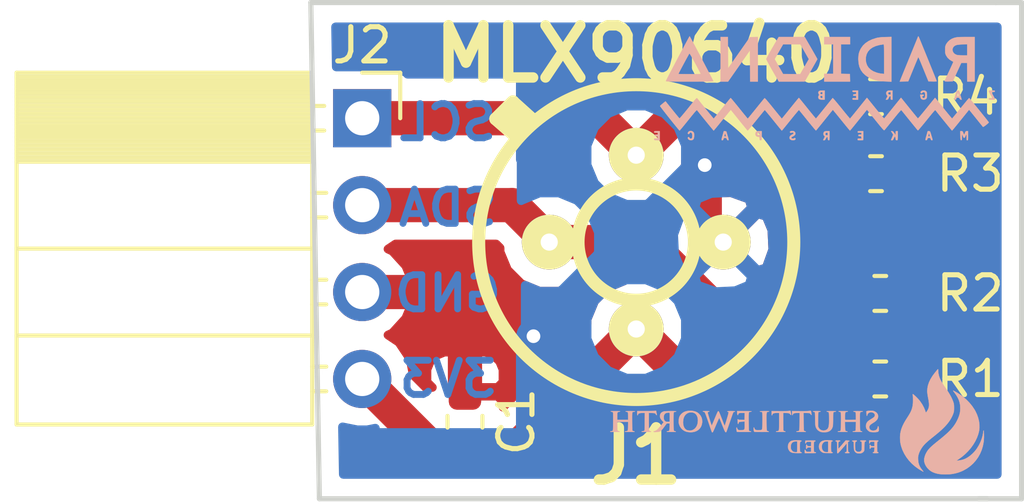
<source format=kicad_pcb>
(kicad_pcb (version 20171130) (host pcbnew 5.0.1+dfsg1-3~bpo9+1)

  (general
    (thickness 1.6)
    (drawings 10)
    (tracks 37)
    (zones 0)
    (modules 9)
    (nets 7)
  )

  (page A4)
  (layers
    (0 F.Cu signal)
    (31 B.Cu signal)
    (32 B.Adhes user)
    (33 F.Adhes user)
    (34 B.Paste user)
    (35 F.Paste user)
    (36 B.SilkS user)
    (37 F.SilkS user)
    (38 B.Mask user)
    (39 F.Mask user)
    (40 Dwgs.User user)
    (41 Cmts.User user)
    (42 Eco1.User user)
    (43 Eco2.User user)
    (44 Edge.Cuts user)
    (45 Margin user)
    (46 B.CrtYd user)
    (47 F.CrtYd user)
    (48 B.Fab user)
    (49 F.Fab user)
  )

  (setup
    (last_trace_width 0.25)
    (user_trace_width 0.5)
    (user_trace_width 0.75)
    (user_trace_width 1)
    (trace_clearance 0.2)
    (zone_clearance 0.508)
    (zone_45_only no)
    (trace_min 0.2)
    (segment_width 0.2)
    (edge_width 0.15)
    (via_size 0.8)
    (via_drill 0.4)
    (via_min_size 0.4)
    (via_min_drill 0.3)
    (user_via 0.6 0.3)
    (uvia_size 0.3)
    (uvia_drill 0.1)
    (uvias_allowed no)
    (uvia_min_size 0.2)
    (uvia_min_drill 0.1)
    (pcb_text_width 0.3)
    (pcb_text_size 1.5 1.5)
    (mod_edge_width 0.15)
    (mod_text_size 1 1)
    (mod_text_width 0.15)
    (pad_size 1.524 1.524)
    (pad_drill 0.762)
    (pad_to_mask_clearance 0.051)
    (solder_mask_min_width 0.25)
    (aux_axis_origin 0 0)
    (visible_elements FFFFFF7F)
    (pcbplotparams
      (layerselection 0x010fc_ffffffff)
      (usegerberextensions false)
      (usegerberattributes false)
      (usegerberadvancedattributes false)
      (creategerberjobfile false)
      (excludeedgelayer true)
      (linewidth 0.100000)
      (plotframeref false)
      (viasonmask false)
      (mode 1)
      (useauxorigin false)
      (hpglpennumber 1)
      (hpglpenspeed 20)
      (hpglpendiameter 15.000000)
      (psnegative false)
      (psa4output false)
      (plotreference true)
      (plotvalue true)
      (plotinvisibletext false)
      (padsonsilk false)
      (subtractmaskfromsilk false)
      (outputformat 1)
      (mirror false)
      (drillshape 0)
      (scaleselection 1)
      (outputdirectory "Gerber/"))
  )

  (net 0 "")
  (net 1 3V3)
  (net 2 GND)
  (net 3 SCL)
  (net 4 SDA)
  (net 5 "Net-(R1-Pad1)")
  (net 6 "Net-(R3-Pad1)")

  (net_class Default "This is the default net class."
    (clearance 0.2)
    (trace_width 0.25)
    (via_dia 0.8)
    (via_drill 0.4)
    (uvia_dia 0.3)
    (uvia_drill 0.1)
    (add_net 3V3)
    (add_net GND)
    (add_net "Net-(R1-Pad1)")
    (add_net "Net-(R3-Pad1)")
    (add_net SCL)
    (add_net SDA)
  )

  (module Capacitor_SMD:C_0603_1608Metric_Pad1.05x0.95mm_HandSolder (layer F.Cu) (tedit 5B301BBE) (tstamp 5C0D9944)
    (at 92 90.25 90)
    (descr "Capacitor SMD 0603 (1608 Metric), square (rectangular) end terminal, IPC_7351 nominal with elongated pad for handsoldering. (Body size source: http://www.tortai-tech.com/upload/download/2011102023233369053.pdf), generated with kicad-footprint-generator")
    (tags "capacitor handsolder")
    (path /5C007A40)
    (attr smd)
    (fp_text reference C1 (at 0 1.5 90) (layer F.SilkS)
      (effects (font (size 1 1) (thickness 0.15)))
    )
    (fp_text value 100nF (at 0.375 0 90) (layer F.Fab)
      (effects (font (size 1 1) (thickness 0.15)))
    )
    (fp_line (start -0.8 0.4) (end -0.8 -0.4) (layer F.Fab) (width 0.1))
    (fp_line (start -0.8 -0.4) (end 0.8 -0.4) (layer F.Fab) (width 0.1))
    (fp_line (start 0.8 -0.4) (end 0.8 0.4) (layer F.Fab) (width 0.1))
    (fp_line (start 0.8 0.4) (end -0.8 0.4) (layer F.Fab) (width 0.1))
    (fp_line (start -0.171267 -0.51) (end 0.171267 -0.51) (layer F.SilkS) (width 0.12))
    (fp_line (start -0.171267 0.51) (end 0.171267 0.51) (layer F.SilkS) (width 0.12))
    (fp_line (start -1.65 0.73) (end -1.65 -0.73) (layer F.CrtYd) (width 0.05))
    (fp_line (start -1.65 -0.73) (end 1.65 -0.73) (layer F.CrtYd) (width 0.05))
    (fp_line (start 1.65 -0.73) (end 1.65 0.73) (layer F.CrtYd) (width 0.05))
    (fp_line (start 1.65 0.73) (end -1.65 0.73) (layer F.CrtYd) (width 0.05))
    (fp_text user %R (at 0 0 90) (layer F.Fab)
      (effects (font (size 0.4 0.4) (thickness 0.06)))
    )
    (pad 1 smd roundrect (at -0.875 0 90) (size 1.05 0.95) (layers F.Cu F.Paste F.Mask) (roundrect_rratio 0.25)
      (net 1 3V3))
    (pad 2 smd roundrect (at 0.875 0 90) (size 1.05 0.95) (layers F.Cu F.Paste F.Mask) (roundrect_rratio 0.25)
      (net 2 GND))
    (model ${KISYS3DMOD}/Capacitor_SMD.3dshapes/C_0603_1608Metric.wrl
      (at (xyz 0 0 0))
      (scale (xyz 1 1 1))
      (rotate (xyz 0 0 0))
    )
  )

  (module kicad-libraries:TO-39 (layer F.Cu) (tedit 4DBAA9F2) (tstamp 5C0D9953)
    (at 97 85)
    (path /5C0064A9)
    (fp_text reference J1 (at 0 6.25) (layer F.SilkS)
      (effects (font (size 1.524 1.524) (thickness 0.3048)))
    )
    (fp_text value MLX90640 (at 0 -5.5) (layer F.SilkS)
      (effects (font (size 1.524 1.524) (thickness 0.3048)))
    )
    (fp_line (start -4.09956 -3.59918) (end -3.50012 -3.07594) (layer F.SilkS) (width 0.381))
    (fp_line (start -4.09956 -3.59918) (end -3.59918 -4.09956) (layer F.SilkS) (width 0.381))
    (fp_line (start -3.70078 -3.85064) (end -3.2512 -3.50012) (layer F.SilkS) (width 0.381))
    (fp_line (start -3.8989 -3.74904) (end -3.35026 -3.2512) (layer F.SilkS) (width 0.381))
    (fp_line (start -3.55092 -4.04876) (end -2.99974 -3.55092) (layer F.SilkS) (width 0.381))
    (fp_circle (center 0 0) (end 1.69926 0) (layer F.SilkS) (width 0.381))
    (fp_circle (center 0 0) (end 4.59994 0) (layer F.SilkS) (width 0.381))
    (pad 4 thru_hole circle (at 0 -2.54) (size 1.6002 1.6002) (drill 0.50038) (layers *.Cu *.Mask F.SilkS)
      (net 3 SCL))
    (pad 3 thru_hole circle (at 2.54 0) (size 1.6002 1.6002) (drill 0.50038) (layers *.Cu *.Mask F.SilkS)
      (net 2 GND))
    (pad 2 thru_hole circle (at 0 2.54) (size 1.6002 1.6002) (drill 0.50038) (layers *.Cu *.Mask F.SilkS)
      (net 1 3V3))
    (pad 1 thru_hole circle (at -2.54 0) (size 1.6002 1.6002) (drill 0.50038) (layers *.Cu *.Mask F.SilkS)
      (net 4 SDA))
  )

  (module Connector_PinSocket_2.54mm:PinSocket_1x04_P2.54mm_Horizontal (layer F.Cu) (tedit 5A19A424) (tstamp 5C0DA0F8)
    (at 89 81.38)
    (descr "Through hole angled socket strip, 1x04, 2.54mm pitch, 8.51mm socket length, single row (from Kicad 4.0.7), script generated")
    (tags "Through hole angled socket strip THT 1x04 2.54mm single row")
    (path /5C00664F)
    (fp_text reference J2 (at 0 -2.13) (layer F.SilkS)
      (effects (font (size 1 1) (thickness 0.15)))
    )
    (fp_text value PMOD_IN (at -4.38 10.39) (layer F.Fab)
      (effects (font (size 1 1) (thickness 0.15)))
    )
    (fp_line (start -10.03 -1.27) (end -2.49 -1.27) (layer F.Fab) (width 0.1))
    (fp_line (start -2.49 -1.27) (end -1.52 -0.3) (layer F.Fab) (width 0.1))
    (fp_line (start -1.52 -0.3) (end -1.52 8.89) (layer F.Fab) (width 0.1))
    (fp_line (start -1.52 8.89) (end -10.03 8.89) (layer F.Fab) (width 0.1))
    (fp_line (start -10.03 8.89) (end -10.03 -1.27) (layer F.Fab) (width 0.1))
    (fp_line (start 0 -0.3) (end -1.52 -0.3) (layer F.Fab) (width 0.1))
    (fp_line (start -1.52 0.3) (end 0 0.3) (layer F.Fab) (width 0.1))
    (fp_line (start 0 0.3) (end 0 -0.3) (layer F.Fab) (width 0.1))
    (fp_line (start 0 2.24) (end -1.52 2.24) (layer F.Fab) (width 0.1))
    (fp_line (start -1.52 2.84) (end 0 2.84) (layer F.Fab) (width 0.1))
    (fp_line (start 0 2.84) (end 0 2.24) (layer F.Fab) (width 0.1))
    (fp_line (start 0 4.78) (end -1.52 4.78) (layer F.Fab) (width 0.1))
    (fp_line (start -1.52 5.38) (end 0 5.38) (layer F.Fab) (width 0.1))
    (fp_line (start 0 5.38) (end 0 4.78) (layer F.Fab) (width 0.1))
    (fp_line (start 0 7.32) (end -1.52 7.32) (layer F.Fab) (width 0.1))
    (fp_line (start -1.52 7.92) (end 0 7.92) (layer F.Fab) (width 0.1))
    (fp_line (start 0 7.92) (end 0 7.32) (layer F.Fab) (width 0.1))
    (fp_line (start -10.09 -1.21) (end -1.46 -1.21) (layer F.SilkS) (width 0.12))
    (fp_line (start -10.09 -1.091905) (end -1.46 -1.091905) (layer F.SilkS) (width 0.12))
    (fp_line (start -10.09 -0.97381) (end -1.46 -0.97381) (layer F.SilkS) (width 0.12))
    (fp_line (start -10.09 -0.855715) (end -1.46 -0.855715) (layer F.SilkS) (width 0.12))
    (fp_line (start -10.09 -0.73762) (end -1.46 -0.73762) (layer F.SilkS) (width 0.12))
    (fp_line (start -10.09 -0.619525) (end -1.46 -0.619525) (layer F.SilkS) (width 0.12))
    (fp_line (start -10.09 -0.50143) (end -1.46 -0.50143) (layer F.SilkS) (width 0.12))
    (fp_line (start -10.09 -0.383335) (end -1.46 -0.383335) (layer F.SilkS) (width 0.12))
    (fp_line (start -10.09 -0.26524) (end -1.46 -0.26524) (layer F.SilkS) (width 0.12))
    (fp_line (start -10.09 -0.147145) (end -1.46 -0.147145) (layer F.SilkS) (width 0.12))
    (fp_line (start -10.09 -0.02905) (end -1.46 -0.02905) (layer F.SilkS) (width 0.12))
    (fp_line (start -10.09 0.089045) (end -1.46 0.089045) (layer F.SilkS) (width 0.12))
    (fp_line (start -10.09 0.20714) (end -1.46 0.20714) (layer F.SilkS) (width 0.12))
    (fp_line (start -10.09 0.325235) (end -1.46 0.325235) (layer F.SilkS) (width 0.12))
    (fp_line (start -10.09 0.44333) (end -1.46 0.44333) (layer F.SilkS) (width 0.12))
    (fp_line (start -10.09 0.561425) (end -1.46 0.561425) (layer F.SilkS) (width 0.12))
    (fp_line (start -10.09 0.67952) (end -1.46 0.67952) (layer F.SilkS) (width 0.12))
    (fp_line (start -10.09 0.797615) (end -1.46 0.797615) (layer F.SilkS) (width 0.12))
    (fp_line (start -10.09 0.91571) (end -1.46 0.91571) (layer F.SilkS) (width 0.12))
    (fp_line (start -10.09 1.033805) (end -1.46 1.033805) (layer F.SilkS) (width 0.12))
    (fp_line (start -10.09 1.1519) (end -1.46 1.1519) (layer F.SilkS) (width 0.12))
    (fp_line (start -1.46 -0.36) (end -1.11 -0.36) (layer F.SilkS) (width 0.12))
    (fp_line (start -1.46 0.36) (end -1.11 0.36) (layer F.SilkS) (width 0.12))
    (fp_line (start -1.46 2.18) (end -1.05 2.18) (layer F.SilkS) (width 0.12))
    (fp_line (start -1.46 2.9) (end -1.05 2.9) (layer F.SilkS) (width 0.12))
    (fp_line (start -1.46 4.72) (end -1.05 4.72) (layer F.SilkS) (width 0.12))
    (fp_line (start -1.46 5.44) (end -1.05 5.44) (layer F.SilkS) (width 0.12))
    (fp_line (start -1.46 7.26) (end -1.05 7.26) (layer F.SilkS) (width 0.12))
    (fp_line (start -1.46 7.98) (end -1.05 7.98) (layer F.SilkS) (width 0.12))
    (fp_line (start -10.09 1.27) (end -1.46 1.27) (layer F.SilkS) (width 0.12))
    (fp_line (start -10.09 3.81) (end -1.46 3.81) (layer F.SilkS) (width 0.12))
    (fp_line (start -10.09 6.35) (end -1.46 6.35) (layer F.SilkS) (width 0.12))
    (fp_line (start -10.09 -1.33) (end -1.46 -1.33) (layer F.SilkS) (width 0.12))
    (fp_line (start -1.46 -1.33) (end -1.46 8.95) (layer F.SilkS) (width 0.12))
    (fp_line (start -10.09 8.95) (end -1.46 8.95) (layer F.SilkS) (width 0.12))
    (fp_line (start -10.09 -1.33) (end -10.09 8.95) (layer F.SilkS) (width 0.12))
    (fp_line (start 1.11 -1.33) (end 1.11 0) (layer F.SilkS) (width 0.12))
    (fp_line (start 0 -1.33) (end 1.11 -1.33) (layer F.SilkS) (width 0.12))
    (fp_line (start 1.75 -1.75) (end -10.55 -1.75) (layer F.CrtYd) (width 0.05))
    (fp_line (start -10.55 -1.75) (end -10.55 9.45) (layer F.CrtYd) (width 0.05))
    (fp_line (start -10.55 9.45) (end 1.75 9.45) (layer F.CrtYd) (width 0.05))
    (fp_line (start 1.75 9.45) (end 1.75 -1.75) (layer F.CrtYd) (width 0.05))
    (fp_text user %R (at -5.775 3.81 90) (layer F.Fab)
      (effects (font (size 1 1) (thickness 0.15)))
    )
    (pad 1 thru_hole rect (at 0 0) (size 1.7 1.7) (drill 1) (layers *.Cu *.Mask)
      (net 3 SCL))
    (pad 2 thru_hole oval (at 0 2.54) (size 1.7 1.7) (drill 1) (layers *.Cu *.Mask)
      (net 4 SDA))
    (pad 3 thru_hole oval (at 0 5.08) (size 1.7 1.7) (drill 1) (layers *.Cu *.Mask)
      (net 2 GND))
    (pad 4 thru_hole oval (at 0 7.62) (size 1.7 1.7) (drill 1) (layers *.Cu *.Mask)
      (net 1 3V3))
    (model ${KISYS3DMOD}/Connector_PinSocket_2.54mm.3dshapes/PinSocket_1x04_P2.54mm_Horizontal.wrl
      (at (xyz 0 0 0))
      (scale (xyz 1 1 1))
      (rotate (xyz 0 0 0))
    )
    (model ${KISYS3DMOD}/Connector_PinHeader_1.00mm.3dshapes/PinHeader_1x04_P1.00mm_Horizontal.step
      (offset (xyz 0 -7.5 0))
      (scale (xyz 2.54 2.54 1))
      (rotate (xyz 0 0 180))
    )
  )

  (module Resistor_SMD:R_0603_1608Metric_Pad1.05x0.95mm_HandSolder (layer F.Cu) (tedit 5B301BBD) (tstamp 5C0DA3DA)
    (at 104.125 89 180)
    (descr "Resistor SMD 0603 (1608 Metric), square (rectangular) end terminal, IPC_7351 nominal with elongated pad for handsoldering. (Body size source: http://www.tortai-tech.com/upload/download/2011102023233369053.pdf), generated with kicad-footprint-generator")
    (tags "resistor handsolder")
    (path /5C006BDF)
    (attr smd)
    (fp_text reference R1 (at -2.625 0 180) (layer F.SilkS)
      (effects (font (size 1 1) (thickness 0.15)))
    )
    (fp_text value 0R (at 0 -0.25 180) (layer F.Fab)
      (effects (font (size 1 1) (thickness 0.15)))
    )
    (fp_text user %R (at 0 0 180) (layer F.Fab)
      (effects (font (size 0.4 0.4) (thickness 0.06)))
    )
    (fp_line (start 1.65 0.73) (end -1.65 0.73) (layer F.CrtYd) (width 0.05))
    (fp_line (start 1.65 -0.73) (end 1.65 0.73) (layer F.CrtYd) (width 0.05))
    (fp_line (start -1.65 -0.73) (end 1.65 -0.73) (layer F.CrtYd) (width 0.05))
    (fp_line (start -1.65 0.73) (end -1.65 -0.73) (layer F.CrtYd) (width 0.05))
    (fp_line (start -0.171267 0.51) (end 0.171267 0.51) (layer F.SilkS) (width 0.12))
    (fp_line (start -0.171267 -0.51) (end 0.171267 -0.51) (layer F.SilkS) (width 0.12))
    (fp_line (start 0.8 0.4) (end -0.8 0.4) (layer F.Fab) (width 0.1))
    (fp_line (start 0.8 -0.4) (end 0.8 0.4) (layer F.Fab) (width 0.1))
    (fp_line (start -0.8 -0.4) (end 0.8 -0.4) (layer F.Fab) (width 0.1))
    (fp_line (start -0.8 0.4) (end -0.8 -0.4) (layer F.Fab) (width 0.1))
    (pad 2 smd roundrect (at 0.875 0 180) (size 1.05 0.95) (layers F.Cu F.Paste F.Mask) (roundrect_rratio 0.25)
      (net 1 3V3))
    (pad 1 smd roundrect (at -0.875 0 180) (size 1.05 0.95) (layers F.Cu F.Paste F.Mask) (roundrect_rratio 0.25)
      (net 5 "Net-(R1-Pad1)"))
    (model ${KISYS3DMOD}/Resistor_SMD.3dshapes/R_0603_1608Metric.wrl
      (at (xyz 0 0 0))
      (scale (xyz 1 1 1))
      (rotate (xyz 0 0 0))
    )
    (model ${KISYS3DMOD}/Capacitor_SMD.3dshapes/C_0201_0603Metric.wrl
      (at (xyz 0 0 0))
      (scale (xyz 3 3 3))
      (rotate (xyz 0 0 0))
    )
  )

  (module Resistor_SMD:R_0603_1608Metric_Pad1.05x0.95mm_HandSolder (layer F.Cu) (tedit 5B301BBD) (tstamp 5C0DA76B)
    (at 104.125 86.5)
    (descr "Resistor SMD 0603 (1608 Metric), square (rectangular) end terminal, IPC_7351 nominal with elongated pad for handsoldering. (Body size source: http://www.tortai-tech.com/upload/download/2011102023233369053.pdf), generated with kicad-footprint-generator")
    (tags "resistor handsolder")
    (path /5C006C9B)
    (attr smd)
    (fp_text reference R2 (at 2.625 0) (layer F.SilkS)
      (effects (font (size 1 1) (thickness 0.15)))
    )
    (fp_text value 4K7 (at 0 0) (layer F.Fab)
      (effects (font (size 1 1) (thickness 0.15)))
    )
    (fp_text user %R (at 0 0) (layer F.Fab)
      (effects (font (size 0.4 0.4) (thickness 0.06)))
    )
    (fp_line (start 1.65 0.73) (end -1.65 0.73) (layer F.CrtYd) (width 0.05))
    (fp_line (start 1.65 -0.73) (end 1.65 0.73) (layer F.CrtYd) (width 0.05))
    (fp_line (start -1.65 -0.73) (end 1.65 -0.73) (layer F.CrtYd) (width 0.05))
    (fp_line (start -1.65 0.73) (end -1.65 -0.73) (layer F.CrtYd) (width 0.05))
    (fp_line (start -0.171267 0.51) (end 0.171267 0.51) (layer F.SilkS) (width 0.12))
    (fp_line (start -0.171267 -0.51) (end 0.171267 -0.51) (layer F.SilkS) (width 0.12))
    (fp_line (start 0.8 0.4) (end -0.8 0.4) (layer F.Fab) (width 0.1))
    (fp_line (start 0.8 -0.4) (end 0.8 0.4) (layer F.Fab) (width 0.1))
    (fp_line (start -0.8 -0.4) (end 0.8 -0.4) (layer F.Fab) (width 0.1))
    (fp_line (start -0.8 0.4) (end -0.8 -0.4) (layer F.Fab) (width 0.1))
    (pad 2 smd roundrect (at 0.875 0) (size 1.05 0.95) (layers F.Cu F.Paste F.Mask) (roundrect_rratio 0.25)
      (net 5 "Net-(R1-Pad1)"))
    (pad 1 smd roundrect (at -0.875 0) (size 1.05 0.95) (layers F.Cu F.Paste F.Mask) (roundrect_rratio 0.25)
      (net 4 SDA))
    (model ${KISYS3DMOD}/Resistor_SMD.3dshapes/R_0603_1608Metric.wrl
      (at (xyz 0 0 0))
      (scale (xyz 1 1 1))
      (rotate (xyz 0 0 0))
    )
    (model ${KISYS3DMOD}/Capacitor_SMD.3dshapes/C_0201_0603Metric.wrl
      (at (xyz 0 0 0))
      (scale (xyz 3 3 3))
      (rotate (xyz 0 0 0))
    )
  )

  (module Resistor_SMD:R_0603_1608Metric_Pad1.05x0.95mm_HandSolder (layer F.Cu) (tedit 5B301BBD) (tstamp 5C0DA641)
    (at 104 83 180)
    (descr "Resistor SMD 0603 (1608 Metric), square (rectangular) end terminal, IPC_7351 nominal with elongated pad for handsoldering. (Body size source: http://www.tortai-tech.com/upload/download/2011102023233369053.pdf), generated with kicad-footprint-generator")
    (tags "resistor handsolder")
    (path /5C006BBF)
    (attr smd)
    (fp_text reference R3 (at -2.75 0 180) (layer F.SilkS)
      (effects (font (size 1 1) (thickness 0.15)))
    )
    (fp_text value 0R (at 0 0 180) (layer F.Fab)
      (effects (font (size 1 1) (thickness 0.15)))
    )
    (fp_line (start -0.8 0.4) (end -0.8 -0.4) (layer F.Fab) (width 0.1))
    (fp_line (start -0.8 -0.4) (end 0.8 -0.4) (layer F.Fab) (width 0.1))
    (fp_line (start 0.8 -0.4) (end 0.8 0.4) (layer F.Fab) (width 0.1))
    (fp_line (start 0.8 0.4) (end -0.8 0.4) (layer F.Fab) (width 0.1))
    (fp_line (start -0.171267 -0.51) (end 0.171267 -0.51) (layer F.SilkS) (width 0.12))
    (fp_line (start -0.171267 0.51) (end 0.171267 0.51) (layer F.SilkS) (width 0.12))
    (fp_line (start -1.65 0.73) (end -1.65 -0.73) (layer F.CrtYd) (width 0.05))
    (fp_line (start -1.65 -0.73) (end 1.65 -0.73) (layer F.CrtYd) (width 0.05))
    (fp_line (start 1.65 -0.73) (end 1.65 0.73) (layer F.CrtYd) (width 0.05))
    (fp_line (start 1.65 0.73) (end -1.65 0.73) (layer F.CrtYd) (width 0.05))
    (fp_text user %R (at 0 0 180) (layer F.Fab)
      (effects (font (size 0.4 0.4) (thickness 0.06)))
    )
    (pad 1 smd roundrect (at -0.875 0 180) (size 1.05 0.95) (layers F.Cu F.Paste F.Mask) (roundrect_rratio 0.25)
      (net 6 "Net-(R3-Pad1)"))
    (pad 2 smd roundrect (at 0.875 0 180) (size 1.05 0.95) (layers F.Cu F.Paste F.Mask) (roundrect_rratio 0.25)
      (net 1 3V3))
    (model ${KISYS3DMOD}/Resistor_SMD.3dshapes/R_0603_1608Metric.wrl
      (at (xyz 0 0 0))
      (scale (xyz 1 1 1))
      (rotate (xyz 0 0 0))
    )
    (model ${KISYS3DMOD}/Capacitor_SMD.3dshapes/C_0201_0603Metric.wrl
      (at (xyz 0 0 0))
      (scale (xyz 3 3 3))
      (rotate (xyz 0 0 0))
    )
  )

  (module Resistor_SMD:R_0603_1608Metric_Pad1.05x0.95mm_HandSolder (layer F.Cu) (tedit 5B301BBD) (tstamp 5C0D9A1F)
    (at 104 80.75)
    (descr "Resistor SMD 0603 (1608 Metric), square (rectangular) end terminal, IPC_7351 nominal with elongated pad for handsoldering. (Body size source: http://www.tortai-tech.com/upload/download/2011102023233369053.pdf), generated with kicad-footprint-generator")
    (tags "resistor handsolder")
    (path /5C006C37)
    (attr smd)
    (fp_text reference R4 (at 2.625 0) (layer F.SilkS)
      (effects (font (size 1 1) (thickness 0.15)))
    )
    (fp_text value 4K7 (at 0 0) (layer F.Fab)
      (effects (font (size 1 1) (thickness 0.15)))
    )
    (fp_line (start -0.8 0.4) (end -0.8 -0.4) (layer F.Fab) (width 0.1))
    (fp_line (start -0.8 -0.4) (end 0.8 -0.4) (layer F.Fab) (width 0.1))
    (fp_line (start 0.8 -0.4) (end 0.8 0.4) (layer F.Fab) (width 0.1))
    (fp_line (start 0.8 0.4) (end -0.8 0.4) (layer F.Fab) (width 0.1))
    (fp_line (start -0.171267 -0.51) (end 0.171267 -0.51) (layer F.SilkS) (width 0.12))
    (fp_line (start -0.171267 0.51) (end 0.171267 0.51) (layer F.SilkS) (width 0.12))
    (fp_line (start -1.65 0.73) (end -1.65 -0.73) (layer F.CrtYd) (width 0.05))
    (fp_line (start -1.65 -0.73) (end 1.65 -0.73) (layer F.CrtYd) (width 0.05))
    (fp_line (start 1.65 -0.73) (end 1.65 0.73) (layer F.CrtYd) (width 0.05))
    (fp_line (start 1.65 0.73) (end -1.65 0.73) (layer F.CrtYd) (width 0.05))
    (fp_text user %R (at 0 0) (layer F.Fab)
      (effects (font (size 0.4 0.4) (thickness 0.06)))
    )
    (pad 1 smd roundrect (at -0.875 0) (size 1.05 0.95) (layers F.Cu F.Paste F.Mask) (roundrect_rratio 0.25)
      (net 3 SCL))
    (pad 2 smd roundrect (at 0.875 0) (size 1.05 0.95) (layers F.Cu F.Paste F.Mask) (roundrect_rratio 0.25)
      (net 6 "Net-(R3-Pad1)"))
    (model ${KISYS3DMOD}/Resistor_SMD.3dshapes/R_0603_1608Metric.wrl
      (at (xyz 0 0 0))
      (scale (xyz 1 1 1))
      (rotate (xyz 0 0 0))
    )
    (model ${KISYS3DMOD}/Capacitor_SMD.3dshapes/C_0201_0603Metric.wrl
      (at (xyz 0 0 0))
      (scale (xyz 3 3 3))
      (rotate (xyz 0 0 0))
    )
  )

  (module parts:radiona-12mm (layer B.Cu) (tedit 0) (tstamp 5C0DAC25)
    (at 102.5 80.5 180)
    (fp_text reference G*** (at 0 0 180) (layer B.SilkS) hide
      (effects (font (size 1.524 1.524) (thickness 0.3)) (justify mirror))
    )
    (fp_text value LOGO (at 0.75 0 180) (layer B.SilkS) hide
      (effects (font (size 1.524 1.524) (thickness 0.3)) (justify mirror))
    )
    (fp_poly (pts (xy 3.947065 1.505125) (xy 3.961098 1.480128) (xy 3.982724 1.440577) (xy 4.01103 1.388198)
      (xy 4.045104 1.324718) (xy 4.084036 1.251862) (xy 4.126913 1.171356) (xy 4.172823 1.084928)
      (xy 4.220856 0.994304) (xy 4.270098 0.901209) (xy 4.31964 0.807371) (xy 4.368568 0.714515)
      (xy 4.415972 0.624368) (xy 4.460939 0.538656) (xy 4.502558 0.459106) (xy 4.539917 0.387443)
      (xy 4.572105 0.325395) (xy 4.59821 0.274687) (xy 4.61732 0.237046) (xy 4.628524 0.214198)
      (xy 4.631164 0.207977) (xy 4.629844 0.205024) (xy 4.623586 0.20248) (xy 4.611034 0.200315)
      (xy 4.590832 0.1985) (xy 4.561623 0.197005) (xy 4.522052 0.195802) (xy 4.470761 0.19486)
      (xy 4.406396 0.19415) (xy 4.327598 0.193643) (xy 4.233013 0.19331) (xy 4.121285 0.19312)
      (xy 3.991055 0.193045) (xy 3.94208 0.19304) (xy 3.803238 0.1931) (xy 3.683448 0.193294)
      (xy 3.58144 0.193647) (xy 3.495945 0.194185) (xy 3.425695 0.194931) (xy 3.369421 0.195911)
      (xy 3.325854 0.19715) (xy 3.293726 0.198671) (xy 3.271767 0.200499) (xy 3.258709 0.202659)
      (xy 3.253284 0.205177) (xy 3.252995 0.206434) (xy 3.258329 0.21818) (xy 3.272166 0.245907)
      (xy 3.293597 0.287888) (xy 3.321712 0.342397) (xy 3.355602 0.407708) (xy 3.35889 0.41402)
      (xy 3.614225 0.41402) (xy 3.624968 0.412164) (xy 3.653582 0.410471) (xy 3.697619 0.408999)
      (xy 3.754632 0.407803) (xy 3.822172 0.406942) (xy 3.897791 0.406472) (xy 3.94208 0.4064)
      (xy 4.021127 0.406631) (xy 4.093461 0.407283) (xy 4.156633 0.408302) (xy 4.208189 0.409629)
      (xy 4.245679 0.411207) (xy 4.266651 0.412981) (xy 4.270258 0.41402) (xy 4.266346 0.42384)
      (xy 4.254025 0.448943) (xy 4.234654 0.486793) (xy 4.209592 0.534856) (xy 4.180198 0.590596)
      (xy 4.147829 0.651477) (xy 4.113846 0.714963) (xy 4.079606 0.778521) (xy 4.046469 0.839613)
      (xy 4.015793 0.895705) (xy 3.988936 0.94426) (xy 3.967257 0.982745) (xy 3.952116 1.008622)
      (xy 3.948661 1.014156) (xy 3.941894 1.010605) (xy 3.927185 0.990806) (xy 3.904311 0.954387)
      (xy 3.873049 0.900976) (xy 3.833177 0.830202) (xy 3.784471 0.741692) (xy 3.775156 0.724596)
      (xy 3.736293 0.652758) (xy 3.700921 0.58656) (xy 3.670135 0.528115) (xy 3.64503 0.479533)
      (xy 3.6267 0.442928) (xy 3.61624 0.420411) (xy 3.614225 0.41402) (xy 3.35889 0.41402)
      (xy 3.394358 0.482095) (xy 3.437071 0.56383) (xy 3.482831 0.651187) (xy 3.53073 0.742441)
      (xy 3.579858 0.835865) (xy 3.629306 0.929732) (xy 3.678165 1.022315) (xy 3.725525 1.111889)
      (xy 3.770478 1.196728) (xy 3.812113 1.275104) (xy 3.849523 1.345291) (xy 3.881798 1.405564)
      (xy 3.908028 1.454195) (xy 3.927304 1.489458) (xy 3.938718 1.509627) (xy 3.941535 1.513841)
      (xy 3.947065 1.505125)) (layer B.SilkS) (width 0.01))
    (fp_poly (pts (xy 2.064214 1.491313) (xy 2.177709 1.48844) (xy 2.498554 1.03124) (xy 2.8194 0.57404)
      (xy 2.822043 1.03378) (xy 2.824687 1.49352) (xy 3.03784 1.49352) (xy 3.03784 0.19304)
      (xy 2.819062 0.19304) (xy 2.499191 0.650487) (xy 2.17932 1.107933) (xy 2.176676 0.650487)
      (xy 2.174032 0.19304) (xy 1.95072 0.19304) (xy 1.95072 1.494186) (xy 2.064214 1.491313)) (layer B.SilkS) (width 0.01))
    (fp_poly (pts (xy 1.520221 1.1811) (xy 1.562255 1.108025) (xy 1.60085 1.03988) (xy 1.634841 0.978803)
      (xy 1.663065 0.926933) (xy 1.684356 0.886405) (xy 1.697549 0.859358) (xy 1.701537 0.84836)
      (xy 1.69667 0.835108) (xy 1.682706 0.806428) (xy 1.660793 0.764444) (xy 1.632076 0.71128)
      (xy 1.597701 0.649059) (xy 1.558814 0.579903) (xy 1.519209 0.51054) (xy 1.336618 0.19304)
      (xy 0.960409 0.193198) (xy 0.5842 0.193355) (xy 0.39878 0.51669) (xy 0.356538 0.590543)
      (xy 0.317675 0.658862) (xy 0.283314 0.719643) (xy 0.254579 0.770882) (xy 0.232593 0.810575)
      (xy 0.218479 0.836718) (xy 0.21354 0.846941) (xy 0.458879 0.846941) (xy 0.505201 0.766371)
      (xy 0.527399 0.727794) (xy 0.556461 0.677337) (xy 0.589092 0.620719) (xy 0.621997 0.563658)
      (xy 0.632227 0.545925) (xy 0.712932 0.406049) (xy 0.963194 0.408765) (xy 1.213456 0.41148)
      (xy 1.337959 0.629571) (xy 1.462461 0.847662) (xy 1.444557 0.878491) (xy 1.434158 0.896507)
      (xy 1.415478 0.928975) (xy 1.390343 0.972718) (xy 1.360578 1.02456) (xy 1.328007 1.081325)
      (xy 1.320386 1.094612) (xy 1.21412 1.279903) (xy 0.96012 1.279723) (xy 0.70612 1.279544)
      (xy 0.6096 1.110352) (xy 0.577325 1.053798) (xy 0.546592 0.999983) (xy 0.519571 0.952706)
      (xy 0.498432 0.915762) (xy 0.485979 0.894051) (xy 0.458879 0.846941) (xy 0.21354 0.846941)
      (xy 0.213362 0.847309) (xy 0.21336 0.847355) (xy 0.218269 0.85754) (xy 0.23224 0.883288)
      (xy 0.254137 0.92259) (xy 0.282826 0.973433) (xy 0.317171 1.033805) (xy 0.356038 1.101695)
      (xy 0.397721 1.174104) (xy 0.582082 1.49352) (xy 1.339168 1.49352) (xy 1.520221 1.1811)) (layer B.SilkS) (width 0.01))
    (fp_poly (pts (xy 0.01016 1.28016) (xy -0.254 1.28016) (xy -0.254 0.41656) (xy 0.01016 0.41656)
      (xy 0.01016 0.19304) (xy -0.742368 0.19304) (xy -0.7366 0.41148) (xy -0.47752 0.417168)
      (xy -0.47752 1.28016) (xy -0.74168 1.28016) (xy -0.74168 1.49352) (xy 0.01016 1.49352)
      (xy 0.01016 1.28016)) (layer B.SilkS) (width 0.01))
    (fp_poly (pts (xy -1.77546 1.490686) (xy -1.693856 1.487321) (xy -1.628261 1.482538) (xy -1.574389 1.475897)
      (xy -1.527954 1.46696) (xy -1.516517 1.464193) (xy -1.393033 1.425187) (xy -1.285015 1.374492)
      (xy -1.192953 1.312459) (xy -1.117335 1.239438) (xy -1.058652 1.155782) (xy -1.04207 1.123771)
      (xy -1.01691 1.064591) (xy -1.000035 1.008046) (xy -0.990139 0.947577) (xy -0.985917 0.876629)
      (xy -0.98552 0.839835) (xy -0.993595 0.724712) (xy -1.018011 0.621476) (xy -1.059056 0.529555)
      (xy -1.117017 0.448377) (xy -1.192185 0.37737) (xy -1.233754 0.347204) (xy -1.316732 0.297976)
      (xy -1.403733 0.259495) (xy -1.498154 0.230831) (xy -1.603389 0.211055) (xy -1.722836 0.199236)
      (xy -1.78562 0.196138) (xy -1.95072 0.190194) (xy -1.95072 0.846902) (xy -1.73736 0.846902)
      (xy -1.73736 0.413643) (xy -1.666665 0.420213) (xy -1.620399 0.426929) (xy -1.566594 0.438271)
      (xy -1.516769 0.451804) (xy -1.516009 0.452043) (xy -1.420193 0.490395) (xy -1.341614 0.539457)
      (xy -1.280295 0.5992) (xy -1.236261 0.669598) (xy -1.209535 0.750622) (xy -1.200838 0.818809)
      (xy -1.204715 0.912152) (xy -1.22639 0.996055) (xy -1.265437 1.070066) (xy -1.321429 1.13373)
      (xy -1.393939 1.186595) (xy -1.482541 1.228207) (xy -1.586808 1.258112) (xy -1.620421 1.264619)
      (xy -1.66197 1.271604) (xy -1.696684 1.276962) (xy -1.719098 1.279869) (xy -1.723451 1.28016)
      (xy -1.726902 1.277287) (xy -1.729753 1.267569) (xy -1.732058 1.249365) (xy -1.733868 1.221031)
      (xy -1.735238 1.180922) (xy -1.736218 1.127395) (xy -1.736863 1.058807) (xy -1.737225 0.973515)
      (xy -1.737357 0.869874) (xy -1.73736 0.846902) (xy -1.95072 0.846902) (xy -1.95072 1.49608)
      (xy -1.77546 1.490686)) (layer B.SilkS) (width 0.01))
    (fp_poly (pts (xy -2.729383 1.504883) (xy -2.724578 1.49352) (xy -2.719055 1.4798) (xy -2.706529 1.448964)
      (xy -2.687688 1.402704) (xy -2.663224 1.342709) (xy -2.633826 1.270673) (xy -2.600185 1.188285)
      (xy -2.56299 1.097237) (xy -2.522933 0.99922) (xy -2.480703 0.895925) (xy -2.475794 0.88392)
      (xy -2.432955 0.779128) (xy -2.391898 0.678638) (xy -2.353358 0.584248) (xy -2.318068 0.497757)
      (xy -2.28676 0.420963) (xy -2.260167 0.355665) (xy -2.239025 0.303662) (xy -2.224064 0.266753)
      (xy -2.216019 0.246735) (xy -2.215756 0.246068) (xy -2.194611 0.192415) (xy -2.317513 0.195268)
      (xy -2.440416 0.19812) (xy -2.584347 0.550493) (xy -2.616977 0.630149) (xy -2.647336 0.703825)
      (xy -2.674542 0.769413) (xy -2.697713 0.824805) (xy -2.715966 0.867893) (xy -2.728421 0.896572)
      (xy -2.734195 0.908732) (xy -2.734365 0.908951) (xy -2.73992 0.902006) (xy -2.751662 0.879008)
      (xy -2.768288 0.842793) (xy -2.788495 0.796197) (xy -2.809965 0.744539) (xy -2.83801 0.675781)
      (xy -2.870675 0.595743) (xy -2.904887 0.511953) (xy -2.937571 0.431938) (xy -2.956312 0.38608)
      (xy -3.033146 0.19812) (xy -3.152333 0.195258) (xy -3.200079 0.194852) (xy -3.238306 0.195966)
      (xy -3.263329 0.198402) (xy -3.27152 0.201658) (xy -3.2678 0.212289) (xy -3.257145 0.239858)
      (xy -3.240314 0.282496) (xy -3.218064 0.338335) (xy -3.191154 0.405506) (xy -3.160343 0.48214)
      (xy -3.126388 0.566368) (xy -3.090048 0.656321) (xy -3.052081 0.75013) (xy -3.013245 0.845926)
      (xy -2.974298 0.94184) (xy -2.936 1.036004) (xy -2.899108 1.126548) (xy -2.86438 1.211604)
      (xy -2.832574 1.289302) (xy -2.80445 1.357775) (xy -2.780765 1.415152) (xy -2.762277 1.459564)
      (xy -2.749745 1.489144) (xy -2.743945 1.50199) (xy -2.736158 1.511728) (xy -2.729383 1.504883)) (layer B.SilkS) (width 0.01))
    (fp_poly (pts (xy -4.042323 1.49314) (xy -3.96954 1.491713) (xy -3.910587 1.488812) (xy -3.862222 1.48401)
      (xy -3.821206 1.476877) (xy -3.784297 1.466986) (xy -3.748255 1.45391) (xy -3.711484 1.437973)
      (xy -3.651997 1.401441) (xy -3.597659 1.350696) (xy -3.554659 1.29182) (xy -3.545678 1.27508)
      (xy -3.533972 1.248772) (xy -3.526538 1.223299) (xy -3.522445 1.192832) (xy -3.520762 1.151543)
      (xy -3.52052 1.1176) (xy -3.52101 1.067406) (xy -3.523256 1.031479) (xy -3.528297 1.003781)
      (xy -3.537167 0.978273) (xy -3.548683 0.953409) (xy -3.592829 0.886314) (xy -3.653545 0.83075)
      (xy -3.708036 0.797745) (xy -3.735869 0.782719) (xy -3.754451 0.770919) (xy -3.7592 0.766124)
      (xy -3.755102 0.75581) (xy -3.743505 0.729383) (xy -3.725459 0.689163) (xy -3.702015 0.637473)
      (xy -3.674221 0.576633) (xy -3.643129 0.508966) (xy -3.6322 0.485268) (xy -3.600208 0.415665)
      (xy -3.571172 0.351944) (xy -3.546145 0.29646) (xy -3.526181 0.251568) (xy -3.512332 0.219622)
      (xy -3.505652 0.202977) (xy -3.5052 0.201251) (xy -3.514685 0.198002) (xy -3.540472 0.195795)
      (xy -3.578561 0.194834) (xy -3.622362 0.195258) (xy -3.739523 0.19812) (xy -3.863806 0.46736)
      (xy -3.988088 0.7366) (xy -4.16052 0.7366) (xy -4.165932 0.19304) (xy -4.37896 0.19304)
      (xy -4.37896 0.95504) (xy -4.1656 0.95504) (xy -4.035365 0.95504) (xy -3.953136 0.956968)
      (xy -3.890408 0.962734) (xy -3.853441 0.97039) (xy -3.803864 0.993506) (xy -3.766181 1.027681)
      (xy -3.74159 1.069267) (xy -3.731291 1.114614) (xy -3.736482 1.160074) (xy -3.758361 1.201997)
      (xy -3.772334 1.217222) (xy -3.79866 1.238223) (xy -3.828896 1.253772) (xy -3.866647 1.264751)
      (xy -3.915516 1.272041) (xy -3.979104 1.276527) (xy -4.02082 1.278093) (xy -4.1656 1.28242)
      (xy -4.1656 0.95504) (xy -4.37896 0.95504) (xy -4.37896 1.49352) (xy -4.132175 1.49352)
      (xy -4.042323 1.49314)) (layer B.SilkS) (width 0.01))
    (fp_poly (pts (xy 0.122229 -0.074697) (xy 0.157997 -0.085955) (xy 0.177673 -0.105679) (xy 0.18288 -0.130395)
      (xy 0.177241 -0.159975) (xy 0.167826 -0.17953) (xy 0.15817 -0.196856) (xy 0.161982 -0.208161)
      (xy 0.167826 -0.213514) (xy 0.178011 -0.231874) (xy 0.182802 -0.260663) (xy 0.18288 -0.264827)
      (xy 0.178276 -0.296552) (xy 0.162726 -0.317744) (xy 0.133623 -0.330013) (xy 0.088356 -0.334972)
      (xy 0.068859 -0.33528) (xy 0 -0.33528) (xy 0 -0.258929) (xy 0.06096 -0.258929)
      (xy 0.06096 -0.259754) (xy 0.062447 -0.283715) (xy 0.06989 -0.292897) (xy 0.087761 -0.292788)
      (xy 0.087875 -0.292774) (xy 0.111988 -0.284534) (xy 0.125052 -0.27316) (xy 0.13149 -0.249154)
      (xy 0.120436 -0.231272) (xy 0.094611 -0.223574) (xy 0.091758 -0.22352) (xy 0.071205 -0.225413)
      (xy 0.062673 -0.235176) (xy 0.06096 -0.258929) (xy 0 -0.258929) (xy 0 -0.146492)
      (xy 0.06096 -0.146492) (xy 0.06096 -0.146645) (xy 0.062842 -0.171051) (xy 0.071097 -0.181154)
      (xy 0.085115 -0.18288) (xy 0.109759 -0.176438) (xy 0.122626 -0.166788) (xy 0.129741 -0.146072)
      (xy 0.119899 -0.127244) (xy 0.096252 -0.115125) (xy 0.087875 -0.113625) (xy 0.069945 -0.113485)
      (xy 0.062464 -0.122612) (xy 0.06096 -0.146492) (xy 0 -0.146492) (xy 0 -0.07112)
      (xy 0.068859 -0.07112) (xy 0.122229 -0.074697)) (layer B.SilkS) (width 0.01))
    (fp_poly (pts (xy -0.853583 -0.071544) (xy -0.829312 -0.073498) (xy -0.81718 -0.078003) (xy -0.8131 -0.086082)
      (xy -0.8128 -0.09144) (xy -0.815198 -0.10313) (xy -0.825587 -0.10925) (xy -0.84876 -0.111524)
      (xy -0.869324 -0.11176) (xy -0.925848 -0.11176) (xy -0.922664 -0.14478) (xy -0.918997 -0.165688)
      (xy -0.909293 -0.17585) (xy -0.88744 -0.180029) (xy -0.8763 -0.180924) (xy -0.84831 -0.184767)
      (xy -0.835612 -0.192655) (xy -0.83312 -0.203784) (xy -0.836307 -0.216152) (xy -0.849269 -0.221995)
      (xy -0.87711 -0.223517) (xy -0.87884 -0.22352) (xy -0.906933 -0.224279) (xy -0.920235 -0.229423)
      (xy -0.924278 -0.243255) (xy -0.92456 -0.25908) (xy -0.92456 -0.29464) (xy -0.86868 -0.29464)
      (xy -0.836388 -0.295521) (xy -0.819565 -0.299335) (xy -0.813396 -0.307831) (xy -0.8128 -0.31496)
      (xy -0.814497 -0.325084) (xy -0.822313 -0.331152) (xy -0.840335 -0.334185) (xy -0.87265 -0.335205)
      (xy -0.89408 -0.33528) (xy -0.97536 -0.33528) (xy -0.97536 -0.07112) (xy -0.89408 -0.07112)
      (xy -0.853583 -0.071544)) (layer B.SilkS) (width 0.01))
    (fp_poly (pts (xy -1.87477 -0.073007) (xy -1.846292 -0.079709) (xy -1.825091 -0.092177) (xy -1.803698 -0.120673)
      (xy -1.79858 -0.156133) (xy -1.810032 -0.192966) (xy -1.819034 -0.206472) (xy -1.839747 -0.232804)
      (xy -1.813782 -0.284042) (xy -1.787818 -0.33528) (xy -1.818187 -0.33528) (xy -1.836991 -0.332996)
      (xy -1.850387 -0.323027) (xy -1.863184 -0.300693) (xy -1.870409 -0.28448) (xy -1.888156 -0.250519)
      (xy -1.904635 -0.235056) (xy -1.911332 -0.23368) (xy -1.922836 -0.23677) (xy -1.928568 -0.249287)
      (xy -1.930355 -0.276102) (xy -1.9304 -0.28448) (xy -1.931224 -0.314629) (xy -1.935427 -0.32967)
      (xy -1.945607 -0.334798) (xy -1.9558 -0.33528) (xy -1.9812 -0.33528) (xy -1.9812 -0.1524)
      (xy -1.9304 -0.1524) (xy -1.929475 -0.178849) (xy -1.923773 -0.190297) (xy -1.908906 -0.192059)
      (xy -1.898405 -0.191143) (xy -1.872312 -0.183562) (xy -1.855277 -0.17018) (xy -1.850132 -0.146985)
      (xy -1.862251 -0.127323) (xy -1.888581 -0.115191) (xy -1.898405 -0.113656) (xy -1.918659 -0.112853)
      (xy -1.927829 -0.119412) (xy -1.930302 -0.138649) (xy -1.9304 -0.1524) (xy -1.9812 -0.1524)
      (xy -1.9812 -0.07112) (xy -1.916531 -0.07112) (xy -1.87477 -0.073007)) (layer B.SilkS) (width 0.01))
    (fp_poly (pts (xy -2.862738 -0.073204) (xy -2.831794 -0.085129) (xy -2.810609 -0.105094) (xy -2.80416 -0.127576)
      (xy -2.8106 -0.147158) (xy -2.825961 -0.152326) (xy -2.844309 -0.142527) (xy -2.852603 -0.13208)
      (xy -2.872465 -0.115751) (xy -2.897657 -0.11281) (xy -2.91967 -0.123333) (xy -2.925723 -0.131412)
      (xy -2.932763 -0.156804) (xy -2.935787 -0.193275) (xy -2.934794 -0.231981) (xy -2.929785 -0.264081)
      (xy -2.925723 -0.274987) (xy -2.907977 -0.291388) (xy -2.884993 -0.293213) (xy -2.862915 -0.282724)
      (xy -2.847886 -0.26218) (xy -2.8448 -0.245214) (xy -2.853438 -0.236058) (xy -2.867557 -0.231846)
      (xy -2.886912 -0.222312) (xy -2.893702 -0.21082) (xy -2.892755 -0.200316) (xy -2.881797 -0.194945)
      (xy -2.856426 -0.193128) (xy -2.84413 -0.19304) (xy -2.79117 -0.19304) (xy -2.797392 -0.24638)
      (xy -2.807559 -0.290831) (xy -2.827361 -0.318717) (xy -2.859498 -0.332571) (xy -2.892108 -0.33528)
      (xy -2.927988 -0.331465) (xy -2.953904 -0.317818) (xy -2.962102 -0.310341) (xy -2.974703 -0.295657)
      (xy -2.982188 -0.279071) (xy -2.985853 -0.255014) (xy -2.986996 -0.217918) (xy -2.98704 -0.2032)
      (xy -2.986408 -0.161032) (xy -2.983647 -0.133599) (xy -2.977461 -0.11533) (xy -2.966554 -0.100656)
      (xy -2.962102 -0.096058) (xy -2.933094 -0.077631) (xy -2.898239 -0.070359) (xy -2.862738 -0.073204)) (layer B.SilkS) (width 0.01))
    (fp_poly (pts (xy -3.87777 -0.076344) (xy -3.867899 -0.078501) (xy -3.859534 -0.085253) (xy -3.851443 -0.099185)
      (xy -3.84239 -0.122879) (xy -3.831145 -0.158919) (xy -3.816472 -0.20989) (xy -3.80187 -0.26162)
      (xy -3.781086 -0.33528) (xy -3.809513 -0.33528) (xy -3.830648 -0.331631) (xy -3.841077 -0.316605)
      (xy -3.844155 -0.304209) (xy -3.849615 -0.284754) (xy -3.859843 -0.276417) (xy -3.881359 -0.275491)
      (xy -3.89328 -0.276269) (xy -3.921535 -0.280244) (xy -3.93584 -0.289189) (xy -3.942077 -0.3048)
      (xy -3.95463 -0.326387) (xy -3.974474 -0.333315) (xy -4.000984 -0.336431) (xy -3.966386 -0.219161)
      (xy -3.918363 -0.219161) (xy -3.916472 -0.230151) (xy -3.897562 -0.233672) (xy -3.896149 -0.23368)
      (xy -3.879014 -0.232454) (xy -3.872161 -0.225077) (xy -3.872906 -0.205998) (xy -3.875262 -0.1905)
      (xy -3.882739 -0.156146) (xy -3.890792 -0.140395) (xy -3.898692 -0.143793) (xy -3.905708 -0.166888)
      (xy -3.905843 -0.167602) (xy -3.911957 -0.196241) (xy -3.917754 -0.217473) (xy -3.918363 -0.219161)
      (xy -3.966386 -0.219161) (xy -3.962595 -0.206315) (xy -3.924205 -0.0762) (xy -3.89038 -0.0762)
      (xy -3.87777 -0.076344)) (layer B.SilkS) (width 0.01))
    (fp_poly (pts (xy -4.839255 -0.071672) (xy -4.813174 -0.073811) (xy -4.799881 -0.078257) (xy -4.79562 -0.085732)
      (xy -4.79552 -0.087694) (xy -4.800357 -0.103182) (xy -4.813376 -0.131488) (xy -4.832347 -0.16798)
      (xy -4.84632 -0.19304) (xy -4.8677 -0.230998) (xy -4.88464 -0.262216) (xy -4.894973 -0.282631)
      (xy -4.897121 -0.288225) (xy -4.887978 -0.291885) (xy -4.864603 -0.294207) (xy -4.84632 -0.29464)
      (xy -4.81585 -0.295709) (xy -4.800654 -0.30025) (xy -4.795738 -0.31026) (xy -4.79552 -0.31496)
      (xy -4.797128 -0.32484) (xy -4.804598 -0.330875) (xy -4.821904 -0.333999) (xy -4.85302 -0.335149)
      (xy -4.88188 -0.33528) (xy -4.924506 -0.334727) (xy -4.950587 -0.332588) (xy -4.96388 -0.328142)
      (xy -4.968141 -0.320667) (xy -4.96824 -0.318705) (xy -4.963404 -0.303217) (xy -4.950385 -0.274911)
      (xy -4.931414 -0.238419) (xy -4.917441 -0.21336) (xy -4.896061 -0.175401) (xy -4.879121 -0.144183)
      (xy -4.868788 -0.123768) (xy -4.866641 -0.118174) (xy -4.875783 -0.114514) (xy -4.899158 -0.112192)
      (xy -4.91744 -0.11176) (xy -4.947911 -0.11069) (xy -4.963107 -0.106149) (xy -4.968023 -0.096139)
      (xy -4.96824 -0.09144) (xy -4.966633 -0.081559) (xy -4.959163 -0.075524) (xy -4.941857 -0.0724)
      (xy -4.910741 -0.07125) (xy -4.88188 -0.07112) (xy -4.839255 -0.071672)) (layer B.SilkS) (width 0.01))
    (fp_poly (pts (xy -2.211225 -0.30651) (xy -2.200416 -0.31983) (xy -2.178471 -0.346972) (xy -2.147007 -0.385936)
      (xy -2.107637 -0.434722) (xy -2.061975 -0.49133) (xy -2.011636 -0.553759) (xy -1.968645 -0.607092)
      (xy -1.91636 -0.67182) (xy -1.867956 -0.731468) (xy -1.824943 -0.784198) (xy -1.78883 -0.828169)
      (xy -1.761127 -0.861544) (xy -1.743344 -0.882481) (xy -1.737146 -0.889132) (xy -1.729146 -0.882644)
      (xy -1.709905 -0.861943) (xy -1.680848 -0.828707) (xy -1.643396 -0.784617) (xy -1.598973 -0.73135)
      (xy -1.549001 -0.670586) (xy -1.494903 -0.604003) (xy -1.483105 -0.58938) (xy -1.428484 -0.521657)
      (xy -1.377992 -0.45916) (xy -1.333015 -0.403597) (xy -1.29494 -0.356674) (xy -1.265151 -0.3201)
      (xy -1.245036 -0.295583) (xy -1.23598 -0.284829) (xy -1.235613 -0.28448) (xy -1.229092 -0.29213)
      (xy -1.21127 -0.313939) (xy -1.18353 -0.348189) (xy -1.147256 -0.393164) (xy -1.103832 -0.447148)
      (xy -1.054641 -0.508424) (xy -1.001068 -0.575277) (xy -0.990297 -0.588731) (xy -0.935872 -0.656541)
      (xy -0.88536 -0.71912) (xy -0.840174 -0.774747) (xy -0.801728 -0.821695) (xy -0.771434 -0.858241)
      (xy -0.750707 -0.882661) (xy -0.740958 -0.893231) (xy -0.740467 -0.893531) (xy -0.732914 -0.886009)
      (xy -0.714074 -0.86433) (xy -0.685359 -0.8302) (xy -0.648181 -0.785326) (xy -0.603952 -0.731413)
      (xy -0.554084 -0.670168) (xy -0.499988 -0.603297) (xy -0.487925 -0.58833) (xy -0.433154 -0.520772)
      (xy -0.382231 -0.458824) (xy -0.336571 -0.40414) (xy -0.297585 -0.358373) (xy -0.266686 -0.323176)
      (xy -0.245287 -0.300205) (xy -0.234799 -0.291111) (xy -0.234085 -0.29115) (xy -0.226199 -0.300778)
      (xy -0.207057 -0.324451) (xy -0.178116 -0.36036) (xy -0.140831 -0.406697) (xy -0.096658 -0.461652)
      (xy -0.047051 -0.523417) (xy 0.006533 -0.590182) (xy 0.009885 -0.59436) (xy 0.063564 -0.661118)
      (xy 0.113327 -0.72272) (xy 0.157732 -0.777399) (xy 0.195335 -0.823389) (xy 0.22469 -0.858925)
      (xy 0.244355 -0.882242) (xy 0.252885 -0.891574) (xy 0.25303 -0.891659) (xy 0.260663 -0.884595)
      (xy 0.279515 -0.863317) (xy 0.308174 -0.829529) (xy 0.345226 -0.784933) (xy 0.389258 -0.731233)
      (xy 0.438859 -0.670131) (xy 0.492614 -0.60333) (xy 0.503278 -0.590013) (xy 0.557644 -0.522223)
      (xy 0.608043 -0.459679) (xy 0.653073 -0.4041) (xy 0.691327 -0.357208) (xy 0.721402 -0.320724)
      (xy 0.741892 -0.296367) (xy 0.751393 -0.285858) (xy 0.75184 -0.285568) (xy 0.759105 -0.293194)
      (xy 0.777635 -0.314989) (xy 0.806023 -0.349237) (xy 0.842865 -0.394221) (xy 0.886756 -0.448223)
      (xy 0.93629 -0.509526) (xy 0.990062 -0.576414) (xy 1.000755 -0.589754) (xy 1.05518 -0.657516)
      (xy 1.105637 -0.720022) (xy 1.15072 -0.775555) (xy 1.189025 -0.822398) (xy 1.219147 -0.858834)
      (xy 1.23968 -0.883147) (xy 1.249219 -0.893618) (xy 1.249675 -0.893902) (xy 1.256952 -0.886212)
      (xy 1.275511 -0.86437) (xy 1.303941 -0.830096) (xy 1.340836 -0.785107) (xy 1.384785 -0.731124)
      (xy 1.434381 -0.669865) (xy 1.488216 -0.603048) (xy 1.4986 -0.590125) (xy 1.567131 -0.505243)
      (xy 1.62398 -0.435837) (xy 1.669758 -0.381202) (xy 1.705079 -0.340635) (xy 1.730554 -0.313433)
      (xy 1.746796 -0.298892) (xy 1.754357 -0.296258) (xy 1.763248 -0.306165) (xy 1.783347 -0.330115)
      (xy 1.813165 -0.366285) (xy 1.851215 -0.412854) (xy 1.896008 -0.467999) (xy 1.946054 -0.529899)
      (xy 1.999867 -0.596731) (xy 2.002521 -0.600035) (xy 2.05614 -0.666576) (xy 2.105802 -0.727833)
      (xy 2.150071 -0.782061) (xy 2.18751 -0.827516) (xy 2.216681 -0.862454) (xy 2.236147 -0.88513)
      (xy 2.244472 -0.893801) (xy 2.244603 -0.893838) (xy 2.252044 -0.886127) (xy 2.270743 -0.864251)
      (xy 2.299289 -0.829933) (xy 2.33627 -0.784893) (xy 2.380274 -0.730854) (xy 2.429889 -0.669535)
      (xy 2.483702 -0.602659) (xy 2.493992 -0.589831) (xy 2.548407 -0.522281) (xy 2.598935 -0.460168)
      (xy 2.644164 -0.405182) (xy 2.682679 -0.359017) (xy 2.713067 -0.323363) (xy 2.733913 -0.299914)
      (xy 2.743803 -0.290361) (xy 2.744328 -0.290257) (xy 2.752014 -0.298859) (xy 2.770978 -0.321557)
      (xy 2.799788 -0.356591) (xy 2.837008 -0.402205) (xy 2.881207 -0.45664) (xy 2.930949 -0.518139)
      (xy 2.984801 -0.584944) (xy 2.9923 -0.594264) (xy 3.046524 -0.661453) (xy 3.096819 -0.723362)
      (xy 3.141761 -0.778267) (xy 3.179922 -0.824444) (xy 3.209878 -0.860169) (xy 3.230201 -0.883716)
      (xy 3.239466 -0.893364) (xy 3.239804 -0.893507) (xy 3.246967 -0.885832) (xy 3.265165 -0.864388)
      (xy 3.292711 -0.831251) (xy 3.32792 -0.788496) (xy 3.369104 -0.738201) (xy 3.414577 -0.682441)
      (xy 3.462654 -0.623291) (xy 3.511647 -0.562829) (xy 3.55987 -0.50313) (xy 3.605637 -0.446269)
      (xy 3.647262 -0.394324) (xy 3.683057 -0.34937) (xy 3.711336 -0.313483) (xy 3.719602 -0.30286)
      (xy 3.724142 -0.29804) (xy 3.729528 -0.296206) (xy 3.737018 -0.298725) (xy 3.747869 -0.306962)
      (xy 3.763338 -0.322283) (xy 3.784683 -0.346053) (xy 3.813163 -0.379638) (xy 3.850034 -0.424404)
      (xy 3.896553 -0.481715) (xy 3.95398 -0.552937) (xy 3.98217 -0.587969) (xy 4.037009 -0.655721)
      (xy 4.088054 -0.717992) (xy 4.133883 -0.773107) (xy 4.173074 -0.819389) (xy 4.204206 -0.855164)
      (xy 4.225855 -0.878756) (xy 4.236599 -0.88849) (xy 4.237364 -0.888601) (xy 4.245715 -0.879594)
      (xy 4.265158 -0.856681) (xy 4.294085 -0.821817) (xy 4.330889 -0.776958) (xy 4.37396 -0.724058)
      (xy 4.421691 -0.665074) (xy 4.44584 -0.635107) (xy 4.645407 -0.387118) (xy 4.723413 -0.450099)
      (xy 4.756852 -0.477893) (xy 4.783621 -0.50165) (xy 4.800157 -0.518123) (xy 4.803704 -0.52324)
      (xy 4.798019 -0.532831) (xy 4.781087 -0.556243) (xy 4.754468 -0.591518) (xy 4.719717 -0.636696)
      (xy 4.678393 -0.68982) (xy 4.632053 -0.748931) (xy 4.582254 -0.81207) (xy 4.530555 -0.877279)
      (xy 4.478511 -0.9426) (xy 4.427681 -1.006075) (xy 4.379622 -1.065743) (xy 4.335892 -1.119649)
      (xy 4.298047 -1.165832) (xy 4.267646 -1.202334) (xy 4.246246 -1.227198) (xy 4.235403 -1.238464)
      (xy 4.234567 -1.238926) (xy 4.226811 -1.231405) (xy 4.207796 -1.209711) (xy 4.178939 -1.175551)
      (xy 4.141655 -1.130634) (xy 4.097361 -1.076668) (xy 4.047473 -1.015362) (xy 3.993407 -0.948425)
      (xy 3.981469 -0.933581) (xy 3.919068 -0.856005) (xy 3.868103 -0.792932) (xy 3.827317 -0.742994)
      (xy 3.795453 -0.704825) (xy 3.771254 -0.677059) (xy 3.753464 -0.658328) (xy 3.740826 -0.647268)
      (xy 3.732084 -0.642511) (xy 3.725981 -0.64269) (xy 3.72126 -0.646439) (xy 3.719462 -0.648653)
      (xy 3.696961 -0.677501) (xy 3.665872 -0.716732) (xy 3.627893 -0.764259) (xy 3.584719 -0.817993)
      (xy 3.538047 -0.875847) (xy 3.489573 -0.935733) (xy 3.440995 -0.995564) (xy 3.394007 -1.053252)
      (xy 3.350308 -1.10671) (xy 3.311592 -1.15385) (xy 3.279557 -1.192585) (xy 3.2559 -1.220826)
      (xy 3.242315 -1.236487) (xy 3.239738 -1.238984) (xy 3.232164 -1.231459) (xy 3.213306 -1.209777)
      (xy 3.184576 -1.175645) (xy 3.147387 -1.13077) (xy 3.103153 -1.07686) (xy 3.053285 -1.015622)
      (xy 2.999198 -0.948761) (xy 2.987302 -0.934001) (xy 2.932648 -0.866313) (xy 2.882058 -0.803996)
      (xy 2.836922 -0.748734) (xy 2.798627 -0.702214) (xy 2.768564 -0.666121) (xy 2.748122 -0.642141)
      (xy 2.73869 -0.631961) (xy 2.73823 -0.631741) (xy 2.731402 -0.640123) (xy 2.713254 -0.662595)
      (xy 2.685194 -0.697409) (xy 2.648629 -0.742816) (xy 2.604967 -0.797069) (xy 2.555617 -0.858418)
      (xy 2.501986 -0.925114) (xy 2.494264 -0.93472) (xy 2.440015 -1.002047) (xy 2.389667 -1.064237)
      (xy 2.344652 -1.119541) (xy 2.306406 -1.16621) (xy 2.276362 -1.202496) (xy 2.255954 -1.226651)
      (xy 2.246615 -1.236924) (xy 2.246281 -1.237152) (xy 2.23855 -1.230128) (xy 2.219557 -1.208941)
      (xy 2.190731 -1.175299) (xy 2.153502 -1.130908) (xy 2.109299 -1.077474) (xy 2.059552 -1.016704)
      (xy 2.005691 -0.950305) (xy 1.997211 -0.939799) (xy 1.942795 -0.872443) (xy 1.89232 -0.810171)
      (xy 1.847217 -0.754733) (xy 1.808916 -0.70788) (xy 1.778851 -0.671362) (xy 1.758451 -0.646928)
      (xy 1.749148 -0.63633) (xy 1.748809 -0.636047) (xy 1.741253 -0.642867) (xy 1.722452 -0.663887)
      (xy 1.693819 -0.697416) (xy 1.656766 -0.741758) (xy 1.612708 -0.79522) (xy 1.563057 -0.856107)
      (xy 1.509226 -0.922727) (xy 1.498604 -0.93594) (xy 1.444127 -1.003596) (xy 1.393612 -1.066006)
      (xy 1.348469 -1.121453) (xy 1.310109 -1.168219) (xy 1.279942 -1.204585) (xy 1.259378 -1.228833)
      (xy 1.249828 -1.239247) (xy 1.24938 -1.23952) (xy 1.242038 -1.231867) (xy 1.223426 -1.210054)
      (xy 1.194956 -1.175802) (xy 1.158036 -1.130828) (xy 1.114077 -1.076852) (xy 1.064489 -1.015593)
      (xy 1.010683 -0.948771) (xy 1.000456 -0.936032) (xy 0.946011 -0.868519) (xy 0.89543 -0.806441)
      (xy 0.850133 -0.751491) (xy 0.811538 -0.705361) (xy 0.781063 -0.669744) (xy 0.760126 -0.646333)
      (xy 0.750146 -0.636819) (xy 0.74961 -0.63672) (xy 0.741803 -0.64532) (xy 0.722725 -0.668016)
      (xy 0.693813 -0.703049) (xy 0.656505 -0.74866) (xy 0.61224 -0.80309) (xy 0.562455 -0.86458)
      (xy 0.508588 -0.931372) (xy 0.501311 -0.940415) (xy 0.447101 -1.007491) (xy 0.396774 -1.069188)
      (xy 0.351761 -1.123795) (xy 0.313491 -1.169603) (xy 0.283396 -1.204899) (xy 0.262907 -1.227974)
      (xy 0.253453 -1.237117) (xy 0.253088 -1.237187) (xy 0.245308 -1.228909) (xy 0.226269 -1.206513)
      (xy 0.197406 -1.171749) (xy 0.160155 -1.126365) (xy 0.11595 -1.072111) (xy 0.066226 -1.010736)
      (xy 0.012419 -0.943989) (xy 0.004966 -0.93472) (xy -0.049137 -0.867415) (xy -0.099154 -0.805215)
      (xy -0.143678 -0.749869) (xy -0.181301 -0.703125) (xy -0.210616 -0.666733) (xy -0.230214 -0.642441)
      (xy -0.238688 -0.631998) (xy -0.238906 -0.631741) (xy -0.24571 -0.638644) (xy -0.263831 -0.659719)
      (xy -0.29188 -0.693279) (xy -0.328469 -0.73764) (xy -0.372208 -0.791114) (xy -0.421709 -0.852017)
      (xy -0.475583 -0.918662) (xy -0.487943 -0.934001) (xy -0.542746 -1.001839) (xy -0.593629 -1.064423)
      (xy -0.639179 -1.120044) (xy -0.677982 -1.166994) (xy -0.708626 -1.203567) (xy -0.729698 -1.228054)
      (xy -0.739785 -1.238747) (xy -0.740379 -1.239081) (xy -0.747993 -1.231329) (xy -0.766787 -1.209484)
      (xy -0.795281 -1.175345) (xy -0.831992 -1.130712) (xy -0.87544 -1.077385) (xy -0.924144 -1.017162)
      (xy -0.97028 -0.959759) (xy -1.023272 -0.893653) (xy -1.07299 -0.831648) (xy -1.117814 -0.775765)
      (xy -1.156122 -0.728024) (xy -1.186295 -0.690446) (xy -1.206709 -0.665051) (xy -1.215025 -0.654743)
      (xy -1.236249 -0.628608) (xy -1.482586 -0.934593) (xy -1.547618 -1.015094) (xy -1.601213 -1.080756)
      (xy -1.644424 -1.132772) (xy -1.678301 -1.172334) (xy -1.703896 -1.200634) (xy -1.72226 -1.218863)
      (xy -1.734445 -1.228215) (xy -1.741502 -1.22988) (xy -1.74252 -1.229294) (xy -1.7518 -1.219023)
      (xy -1.772274 -1.19472) (xy -1.802439 -1.158218) (xy -1.840795 -1.111351) (xy -1.88584 -1.055954)
      (xy -1.936074 -0.993862) (xy -1.989996 -0.926909) (xy -1.992537 -0.923746) (xy -2.05617 -0.844841)
      (xy -2.108396 -0.780804) (xy -2.150262 -0.730448) (xy -2.182815 -0.692587) (xy -2.207105 -0.666034)
      (xy -2.224177 -0.649603) (xy -2.23508 -0.642105) (xy -2.240862 -0.642356) (xy -2.240905 -0.642401)
      (xy -2.249847 -0.653077) (xy -2.269995 -0.677729) (xy -2.299836 -0.714486) (xy -2.337856 -0.761479)
      (xy -2.382543 -0.816835) (xy -2.432382 -0.878686) (xy -2.48343 -0.942138) (xy -2.536578 -1.008099)
      (xy -2.585891 -1.069015) (xy -2.629885 -1.123073) (xy -2.667076 -1.168463) (xy -2.695981 -1.203373)
      (xy -2.715114 -1.225991) (xy -2.722937 -1.234475) (xy -2.731066 -1.228064) (xy -2.750423 -1.207429)
      (xy -2.779585 -1.174242) (xy -2.817128 -1.13018) (xy -2.861629 -1.076918) (xy -2.911663 -1.016131)
      (xy -2.965807 -0.949493) (xy -2.978181 -0.934149) (xy -3.040702 -0.856597) (xy -3.091778 -0.793541)
      (xy -3.132664 -0.743615) (xy -3.164615 -0.705454) (xy -3.188887 -0.677693) (xy -3.206733 -0.658964)
      (xy -3.219409 -0.647903) (xy -3.228171 -0.643143) (xy -3.234273 -0.643319) (xy -3.23897 -0.647065)
      (xy -3.240388 -0.648803) (xy -3.266159 -0.68168) (xy -3.299942 -0.724236) (xy -3.340053 -0.774396)
      (xy -3.38481 -0.830089) (xy -3.432528 -0.889241) (xy -3.481523 -0.949779) (xy -3.530112 -1.009631)
      (xy -3.57661 -1.066722) (xy -3.619335 -1.118981) (xy -3.656603 -1.164334) (xy -3.686729 -1.200707)
      (xy -3.70803 -1.226029) (xy -3.718822 -1.238226) (xy -3.719774 -1.239018) (xy -3.727329 -1.231486)
      (xy -3.746168 -1.2098) (xy -3.774878 -1.17567) (xy -3.812044 -1.130803) (xy -3.856252 -1.076911)
      (xy -3.906087 -1.015701) (xy -3.960136 -0.948884) (xy -3.971548 -0.934723) (xy -4.217028 -0.629927)
      (xy -4.245289 -0.662943) (xy -4.259171 -0.679669) (xy -4.28372 -0.709777) (xy -4.316919 -0.750771)
      (xy -4.356752 -0.800157) (xy -4.401203 -0.855441) (xy -4.444405 -0.90932) (xy -4.490015 -0.96623)
      (xy -4.531652 -1.018097) (xy -4.567572 -1.062755) (xy -4.59603 -1.098035) (xy -4.61528 -1.121773)
      (xy -4.62357 -1.13179) (xy -4.634329 -1.12978) (xy -4.656041 -1.117234) (xy -4.684665 -1.097337)
      (xy -4.716162 -1.073271) (xy -4.746494 -1.04822) (xy -4.771621 -1.025365) (xy -4.787505 -1.007892)
      (xy -4.790854 -0.999962) (xy -4.783764 -0.989464) (xy -4.765499 -0.965359) (xy -4.737636 -0.929599)
      (xy -4.701754 -0.884138) (xy -4.659428 -0.830927) (xy -4.612236 -0.77192) (xy -4.561755 -0.709068)
      (xy -4.509562 -0.644325) (xy -4.457234 -0.579642) (xy -4.406348 -0.516973) (xy -4.358482 -0.458269)
      (xy -4.315213 -0.405484) (xy -4.278117 -0.36057) (xy -4.248772 -0.325479) (xy -4.228755 -0.302164)
      (xy -4.219642 -0.292577) (xy -4.219372 -0.292444) (xy -4.211412 -0.299751) (xy -4.192216 -0.321219)
      (xy -4.163225 -0.355126) (xy -4.125877 -0.39975) (xy -4.081613 -0.45337) (xy -4.031872 -0.514262)
      (xy -3.978094 -0.580706) (xy -3.970856 -0.589693) (xy -3.916599 -0.65689) (xy -3.86618 -0.718925)
      (xy -3.821046 -0.77405) (xy -3.782643 -0.820516) (xy -3.752416 -0.856577) (xy -3.731812 -0.880482)
      (xy -3.722276 -0.890485) (xy -3.721936 -0.89067) (xy -3.71392 -0.883506) (xy -3.694701 -0.862128)
      (xy -3.665705 -0.828243) (xy -3.628356 -0.78356) (xy -3.584079 -0.729784) (xy -3.534298 -0.668623)
      (xy -3.480438 -0.601785) (xy -3.469944 -0.588689) (xy -3.415672 -0.520958) (xy -3.365505 -0.458472)
      (xy -3.320829 -0.402945) (xy -3.283029 -0.356096) (xy -3.25349 -0.31964) (xy -3.233598 -0.295294)
      (xy -3.224738 -0.284774) (xy -3.224415 -0.28448) (xy -3.217826 -0.292114) (xy -3.199895 -0.31388)
      (xy -3.17201 -0.348068) (xy -3.135557 -0.392969) (xy -3.091922 -0.446874) (xy -3.042494 -0.508074)
      (xy -2.988658 -0.574861) (xy -2.976953 -0.589398) (xy -2.922212 -0.657009) (xy -2.871295 -0.719153)
      (xy -2.825623 -0.77415) (xy -2.786619 -0.820321) (xy -2.755705 -0.855985) (xy -2.734304 -0.879462)
      (xy -2.723836 -0.889073) (xy -2.723162 -0.889173) (xy -2.715121 -0.880354) (xy -2.695809 -0.857447)
      (xy -2.666667 -0.822215) (xy -2.62914 -0.77642) (xy -2.58467 -0.721824) (xy -2.5347 -0.66019)
      (xy -2.480675 -0.593279) (xy -2.472737 -0.583425) (xy -2.230635 -0.282821) (xy -2.211225 -0.30651)) (layer B.SilkS) (width 0.01))
    (fp_poly (pts (xy 4.937617 -1.260264) (xy 4.961888 -1.262218) (xy 4.97402 -1.266723) (xy 4.9781 -1.274802)
      (xy 4.9784 -1.28016) (xy 4.975974 -1.291902) (xy 4.965487 -1.29802) (xy 4.942124 -1.300263)
      (xy 4.92252 -1.30048) (xy 4.890574 -1.300991) (xy 4.873946 -1.304345) (xy 4.867635 -1.31327)
      (xy 4.86664 -1.330493) (xy 4.86664 -1.33096) (xy 4.867965 -1.349702) (xy 4.875617 -1.358579)
      (xy 4.895111 -1.361267) (xy 4.91236 -1.36144) (xy 4.941012 -1.362815) (xy 4.954549 -1.36841)
      (xy 4.958074 -1.380428) (xy 4.95808 -1.381175) (xy 4.954103 -1.394257) (xy 4.938853 -1.401163)
      (xy 4.9149 -1.404035) (xy 4.887592 -1.407274) (xy 4.874487 -1.414894) (xy 4.869473 -1.431659)
      (xy 4.868536 -1.44018) (xy 4.865352 -1.4732) (xy 4.922582 -1.4732) (xy 4.954961 -1.473823)
      (xy 4.971623 -1.47699) (xy 4.977161 -1.484646) (xy 4.976566 -1.49606) (xy 4.973336 -1.507657)
      (xy 4.964797 -1.514775) (xy 4.946585 -1.51879) (xy 4.914338 -1.521075) (xy 4.89458 -1.521887)
      (xy 4.81584 -1.524854) (xy 4.81584 -1.25984) (xy 4.89712 -1.25984) (xy 4.937617 -1.260264)) (layer B.SilkS) (width 0.01))
    (fp_poly (pts (xy 3.956004 -1.263675) (xy 3.966109 -1.270737) (xy 3.98505 -1.292211) (xy 3.993071 -1.314802)
      (xy 3.989662 -1.332944) (xy 3.974314 -1.341069) (xy 3.97256 -1.34112) (xy 3.956045 -1.337166)
      (xy 3.95224 -1.331685) (xy 3.944921 -1.316431) (xy 3.928836 -1.299775) (xy 3.912789 -1.290524)
      (xy 3.910874 -1.29032) (xy 3.897424 -1.296854) (xy 3.88112 -1.31064) (xy 3.867842 -1.335462)
      (xy 3.860949 -1.372787) (xy 3.861145 -1.415609) (xy 3.867115 -1.450003) (xy 3.881323 -1.471917)
      (xy 3.903875 -1.480654) (xy 3.927542 -1.476038) (xy 3.945093 -1.457897) (xy 3.947457 -1.451941)
      (xy 3.95994 -1.435169) (xy 3.976731 -1.432754) (xy 3.989944 -1.44378) (xy 3.99288 -1.457222)
      (xy 3.983842 -1.485416) (xy 3.960154 -1.506948) (xy 3.926951 -1.519782) (xy 3.889368 -1.521886)
      (xy 3.854339 -1.512116) (xy 3.832288 -1.494245) (xy 3.818232 -1.464285) (xy 3.811225 -1.419421)
      (xy 3.81 -1.3805) (xy 3.810769 -1.341698) (xy 3.814365 -1.316619) (xy 3.822719 -1.298687)
      (xy 3.837762 -1.281326) (xy 3.839698 -1.279378) (xy 3.876251 -1.255338) (xy 3.916453 -1.250006)
      (xy 3.956004 -1.263675)) (layer B.SilkS) (width 0.01))
    (fp_poly (pts (xy 2.978682 -1.387132) (xy 2.993613 -1.441259) (xy 3.002761 -1.478884) (xy 3.006601 -1.502838)
      (xy 3.005606 -1.515953) (xy 3.001073 -1.520788) (xy 2.976778 -1.521763) (xy 2.959674 -1.504293)
      (xy 2.953178 -1.484233) (xy 2.947059 -1.463876) (xy 2.935182 -1.454974) (xy 2.910689 -1.452891)
      (xy 2.906801 -1.45288) (xy 2.880073 -1.454676) (xy 2.865766 -1.463641) (xy 2.856062 -1.485138)
      (xy 2.85496 -1.48844) (xy 2.842725 -1.510869) (xy 2.826993 -1.523555) (xy 2.812777 -1.52472)
      (xy 2.805093 -1.512585) (xy 2.804806 -1.50622) (xy 2.807861 -1.489711) (xy 2.815659 -1.458469)
      (xy 2.82697 -1.417181) (xy 2.829142 -1.4097) (xy 2.875434 -1.4097) (xy 2.884147 -1.411503)
      (xy 2.904941 -1.41224) (xy 2.923809 -1.411183) (xy 2.930283 -1.404202) (xy 2.92725 -1.385576)
      (xy 2.924173 -1.37414) (xy 2.914249 -1.341544) (xy 2.906528 -1.328268) (xy 2.899218 -1.333706)
      (xy 2.89053 -1.357255) (xy 2.889012 -1.362262) (xy 2.881015 -1.389406) (xy 2.876127 -1.406761)
      (xy 2.875434 -1.4097) (xy 2.829142 -1.4097) (xy 2.838732 -1.37668) (xy 2.872011 -1.26492)
      (xy 2.942259 -1.25886) (xy 2.978682 -1.387132)) (layer B.SilkS) (width 0.01))
    (fp_poly (pts (xy 1.90754 -1.259995) (xy 1.949645 -1.260996) (xy 1.976633 -1.265019) (xy 1.993674 -1.273941)
      (xy 2.005939 -1.28964) (xy 2.010159 -1.297272) (xy 2.020873 -1.335996) (xy 2.014368 -1.372281)
      (xy 1.993333 -1.401556) (xy 1.960462 -1.419247) (xy 1.936498 -1.4224) (xy 1.915067 -1.423401)
      (xy 1.90424 -1.429983) (xy 1.899729 -1.447517) (xy 1.897936 -1.47066) (xy 1.894408 -1.501007)
      (xy 1.887274 -1.51633) (xy 1.874101 -1.521888) (xy 1.853913 -1.521208) (xy 1.846161 -1.517655)
      (xy 1.8434 -1.505261) (xy 1.841128 -1.476723) (xy 1.839573 -1.436217) (xy 1.838961 -1.387919)
      (xy 1.83896 -1.385146) (xy 1.83896 -1.34112) (xy 1.89992 -1.34112) (xy 1.90097 -1.367581)
      (xy 1.90655 -1.378986) (xy 1.920299 -1.380579) (xy 1.926835 -1.379894) (xy 1.951339 -1.371115)
      (xy 1.964883 -1.3589) (xy 1.969809 -1.335628) (xy 1.957919 -1.315403) (xy 1.932619 -1.303283)
      (xy 1.926835 -1.302345) (xy 1.909792 -1.301949) (xy 1.902055 -1.309729) (xy 1.899981 -1.33093)
      (xy 1.89992 -1.34112) (xy 1.83896 -1.34112) (xy 1.83896 -1.25984) (xy 1.90754 -1.259995)) (layer B.SilkS) (width 0.01))
    (fp_poly (pts (xy 0.96828 -1.25462) (xy 0.985689 -1.25991) (xy 1.009409 -1.27245) (xy 1.014447 -1.28451)
      (xy 1.002091 -1.299371) (xy 1.001409 -1.299941) (xy 0.983654 -1.306868) (xy 0.965465 -1.300622)
      (xy 0.940274 -1.294016) (xy 0.924176 -1.295521) (xy 0.906886 -1.307994) (xy 0.906132 -1.32563)
      (xy 0.920858 -1.343422) (xy 0.936069 -1.351839) (xy 0.9843 -1.378398) (xy 1.014353 -1.41007)
      (xy 1.025508 -1.445771) (xy 1.019848 -1.477824) (xy 1.001959 -1.499111) (xy 0.970866 -1.514562)
      (xy 0.933305 -1.522246) (xy 0.896015 -1.520235) (xy 0.88392 -1.516753) (xy 0.857214 -1.502285)
      (xy 0.849657 -1.484931) (xy 0.853606 -1.472888) (xy 0.861986 -1.461258) (xy 0.873528 -1.460591)
      (xy 0.894962 -1.470082) (xy 0.922678 -1.479919) (xy 0.946007 -1.476686) (xy 0.950888 -1.474625)
      (xy 0.971329 -1.459212) (xy 0.972155 -1.441722) (xy 0.953735 -1.423765) (xy 0.93726 -1.41504)
      (xy 0.88952 -1.387531) (xy 0.861393 -1.357134) (xy 0.85308 -1.324239) (xy 0.864782 -1.289237)
      (xy 0.868972 -1.282826) (xy 0.893936 -1.262995) (xy 0.929631 -1.253084) (xy 0.96828 -1.25462)) (layer B.SilkS) (width 0.01))
    (fp_poly (pts (xy -0.032941 -1.260966) (xy -0.007684 -1.265247) (xy 0.008821 -1.274036) (xy 0.015697 -1.280665)
      (xy 0.031441 -1.310626) (xy 0.034192 -1.345722) (xy 0.024239 -1.37781) (xy 0.011743 -1.392681)
      (xy -0.011058 -1.411144) (xy 0.014791 -1.462154) (xy 0.028926 -1.490936) (xy 0.038315 -1.511755)
      (xy 0.04064 -1.518582) (xy 0.031927 -1.522669) (xy 0.015411 -1.524) (xy -0.001875 -1.519978)
      (xy -0.017106 -1.505168) (xy -0.034416 -1.475446) (xy -0.03556 -1.4732) (xy -0.056033 -1.438707)
      (xy -0.072372 -1.423884) (xy -0.084337 -1.428742) (xy -0.09169 -1.45329) (xy -0.093424 -1.47066)
      (xy -0.096754 -1.500622) (xy -0.103572 -1.515802) (xy -0.116663 -1.521728) (xy -0.11938 -1.522166)
      (xy -0.128676 -1.522876) (xy -0.135033 -1.519787) (xy -0.139009 -1.509732) (xy -0.141163 -1.489548)
      (xy -0.142054 -1.456069) (xy -0.142239 -1.406131) (xy -0.14224 -1.392626) (xy -0.14224 -1.340476)
      (xy -0.09144 -1.340476) (xy -0.089986 -1.36704) (xy -0.083571 -1.378906) (xy -0.06912 -1.381606)
      (xy -0.06858 -1.381604) (xy -0.044059 -1.377806) (xy -0.032207 -1.372881) (xy -0.023204 -1.357039)
      (xy -0.022047 -1.334937) (xy -0.027736 -1.313937) (xy -0.042782 -1.304731) (xy -0.05842 -1.302376)
      (xy -0.079435 -1.301528) (xy -0.088866 -1.308022) (xy -0.091351 -1.327211) (xy -0.09144 -1.340476)
      (xy -0.14224 -1.340476) (xy -0.14224 -1.25984) (xy -0.072695 -1.25984) (xy -0.032941 -1.260966)) (layer B.SilkS) (width 0.01))
    (fp_poly (pts (xy -1.005983 -1.260264) (xy -0.981712 -1.262218) (xy -0.96958 -1.266723) (xy -0.9655 -1.274802)
      (xy -0.9652 -1.28016) (xy -0.967626 -1.291902) (xy -0.978113 -1.29802) (xy -1.001476 -1.300263)
      (xy -1.02108 -1.30048) (xy -1.053026 -1.300991) (xy -1.069654 -1.304345) (xy -1.075965 -1.31327)
      (xy -1.07696 -1.330493) (xy -1.07696 -1.33096) (xy -1.075635 -1.349702) (xy -1.067983 -1.358579)
      (xy -1.048489 -1.361267) (xy -1.03124 -1.36144) (xy -1.002588 -1.362815) (xy -0.989051 -1.36841)
      (xy -0.985526 -1.380428) (xy -0.98552 -1.381175) (xy -0.989497 -1.394257) (xy -1.004747 -1.401163)
      (xy -1.0287 -1.404035) (xy -1.056008 -1.407274) (xy -1.069113 -1.414894) (xy -1.074127 -1.431659)
      (xy -1.075064 -1.44018) (xy -1.078248 -1.4732) (xy -1.021724 -1.4732) (xy -0.989491 -1.473841)
      (xy -0.972625 -1.477249) (xy -0.96618 -1.485644) (xy -0.9652 -1.4986) (xy -0.966181 -1.511632)
      (xy -0.972006 -1.519214) (xy -0.987005 -1.522819) (xy -1.015506 -1.523923) (xy -1.039707 -1.524)
      (xy -1.076873 -1.523135) (xy -1.105667 -1.520857) (xy -1.120443 -1.517635) (xy -1.120987 -1.517226)
      (xy -1.123584 -1.505004) (xy -1.12572 -1.476621) (xy -1.127183 -1.436232) (xy -1.127759 -1.387996)
      (xy -1.12776 -1.385146) (xy -1.12776 -1.25984) (xy -1.04648 -1.25984) (xy -1.005983 -1.260264)) (layer B.SilkS) (width 0.01))
    (fp_poly (pts (xy -2.085978 -1.260709) (xy -2.076874 -1.266579) (xy -2.073248 -1.282342) (xy -2.072538 -1.312889)
      (xy -2.072526 -1.31826) (xy -2.072411 -1.37668) (xy -2.034426 -1.318395) (xy -2.011851 -1.286089)
      (xy -1.994389 -1.268129) (xy -1.977824 -1.260809) (xy -1.968012 -1.259975) (xy -1.939584 -1.25984)
      (xy -1.970552 -1.30485) (xy -1.987977 -1.332218) (xy -1.99921 -1.353784) (xy -2.00152 -1.361567)
      (xy -1.997655 -1.376062) (xy -1.987458 -1.403459) (xy -1.973027 -1.438168) (xy -1.97104 -1.44272)
      (xy -1.956334 -1.476965) (xy -1.945522 -1.503553) (xy -1.940652 -1.517416) (xy -1.94056 -1.518082)
      (xy -1.949298 -1.522487) (xy -1.966721 -1.524) (xy -1.982311 -1.521289) (xy -1.994983 -1.510398)
      (xy -2.008295 -1.487183) (xy -2.019296 -1.462782) (xy -2.036562 -1.427785) (xy -2.050021 -1.412703)
      (xy -2.060312 -1.417632) (xy -2.068076 -1.44267) (xy -2.072179 -1.470706) (xy -2.077507 -1.501395)
      (xy -2.086034 -1.516844) (xy -2.098459 -1.521888) (xy -2.118647 -1.521208) (xy -2.126399 -1.517655)
      (xy -2.12916 -1.505261) (xy -2.131432 -1.476723) (xy -2.132987 -1.436217) (xy -2.133599 -1.387919)
      (xy -2.1336 -1.385146) (xy -2.1336 -1.25984) (xy -2.10312 -1.25984) (xy -2.085978 -1.260709)) (layer B.SilkS) (width 0.01))
    (fp_poly (pts (xy -2.976803 -1.37922) (xy -2.961443 -1.434102) (xy -2.951158 -1.472359) (xy -2.945717 -1.496982)
      (xy -2.94489 -1.510959) (xy -2.948449 -1.517283) (xy -2.956164 -1.518942) (xy -2.966075 -1.51892)
      (xy -2.985102 -1.514157) (xy -2.996299 -1.496306) (xy -2.999385 -1.4859) (xy -3.007005 -1.464414)
      (xy -3.019577 -1.455055) (xy -3.044364 -1.45289) (xy -3.048 -1.45288) (xy -3.074499 -1.454568)
      (xy -3.088007 -1.462922) (xy -3.095777 -1.482873) (xy -3.096571 -1.4859) (xy -3.109221 -1.512696)
      (xy -3.127341 -1.522166) (xy -3.145666 -1.519521) (xy -3.1496 -1.510982) (xy -3.146606 -1.491217)
      (xy -3.140091 -1.467096) (xy -3.1329 -1.444035) (xy -3.121922 -1.407933) (xy -3.117849 -1.394355)
      (xy -3.071011 -1.394355) (xy -3.070247 -1.407711) (xy -3.060906 -1.411906) (xy -3.048 -1.41224)
      (xy -3.031371 -1.411317) (xy -3.024736 -1.405002) (xy -3.026093 -1.387978) (xy -3.030802 -1.36652)
      (xy -3.038311 -1.339455) (xy -3.0454 -1.323054) (xy -3.048 -1.3208) (xy -3.054032 -1.329731)
      (xy -3.061629 -1.352369) (xy -3.065199 -1.36652) (xy -3.071011 -1.394355) (xy -3.117849 -1.394355)
      (xy -3.109113 -1.365242) (xy -3.104204 -1.34874) (xy -3.09154 -1.306886) (xy -3.082116 -1.280795)
      (xy -3.073412 -1.266741) (xy -3.062906 -1.261) (xy -3.048077 -1.259847) (xy -3.044027 -1.25984)
      (xy -3.010228 -1.25984) (xy -2.976803 -1.37922)) (layer B.SilkS) (width 0.01))
    (fp_poly (pts (xy -4.130649 -1.261396) (xy -4.117533 -1.269308) (xy -4.106978 -1.288436) (xy -4.098574 -1.31064)
      (xy -4.087151 -1.339002) (xy -4.077377 -1.357442) (xy -4.073174 -1.36144) (xy -4.066058 -1.352726)
      (xy -4.055419 -1.330339) (xy -4.047774 -1.31064) (xy -4.03601 -1.280943) (xy -4.02516 -1.265829)
      (xy -4.010235 -1.260435) (xy -3.99565 -1.25984) (xy -3.961793 -1.25984) (xy -3.964637 -1.38938)
      (xy -3.966001 -1.442725) (xy -3.967719 -1.479015) (xy -3.970373 -1.501514) (xy -3.974547 -1.513485)
      (xy -3.980826 -1.518191) (xy -3.9878 -1.51892) (xy -3.997608 -1.517338) (xy -4.003632 -1.509968)
      (xy -4.006783 -1.492871) (xy -4.00797 -1.462106) (xy -4.00812 -1.430968) (xy -4.008844 -1.392187)
      (xy -4.010777 -1.363174) (xy -4.013566 -1.348256) (xy -4.014964 -1.347268) (xy -4.021791 -1.358588)
      (xy -4.031864 -1.382984) (xy -4.03864 -1.402199) (xy -4.054035 -1.437648) (xy -4.069865 -1.452788)
      (xy -4.086035 -1.447617) (xy -4.102451 -1.42213) (xy -4.109676 -1.40462) (xy -4.123868 -1.369196)
      (xy -4.13386 -1.35199) (xy -4.140311 -1.353479) (xy -4.143877 -1.374142) (xy -4.145215 -1.414455)
      (xy -4.14528 -1.430528) (xy -4.145606 -1.474542) (xy -4.147138 -1.502068) (xy -4.150709 -1.516932)
      (xy -4.15715 -1.522962) (xy -4.1656 -1.524) (xy -4.173896 -1.522879) (xy -4.179564 -1.51736)
      (xy -4.183102 -1.504202) (xy -4.185008 -1.480169) (xy -4.185782 -1.442022) (xy -4.18592 -1.39192)
      (xy -4.18592 -1.25984) (xy -4.151381 -1.25984) (xy -4.130649 -1.261396)) (layer B.SilkS) (width 0.01))
  )

  (module parts:shutleworth-12mm (layer B.Cu) (tedit 0) (tstamp 5C0DAC8A)
    (at 101.75 90.25 180)
    (fp_text reference G*** (at 0 0 180) (layer B.SilkS) hide
      (effects (font (size 1.524 1.524) (thickness 0.3)) (justify mirror))
    )
    (fp_text value LOGO (at 0.75 0 180) (layer B.SilkS) hide
      (effects (font (size 1.524 1.524) (thickness 0.3)) (justify mirror))
    )
    (fp_poly (pts (xy 4.973519 0.310839) (xy 5.014599 0.309772) (xy 5.043008 0.307828) (xy 5.058611 0.305031)
      (xy 5.061277 0.301408) (xy 5.050872 0.296982) (xy 5.027263 0.291778) (xy 5.024936 0.291353)
      (xy 5.005975 0.284944) (xy 4.993791 0.275217) (xy 4.993186 0.274204) (xy 4.990832 0.263319)
      (xy 4.988837 0.241697) (xy 4.987353 0.211965) (xy 4.986534 0.176754) (xy 4.986421 0.157518)
      (xy 4.986421 0.053474) (xy 5.307263 0.053474) (xy 5.307164 0.152066) (xy 5.306742 0.196947)
      (xy 5.305182 0.230345) (xy 5.301893 0.254136) (xy 5.296282 0.270195) (xy 5.287758 0.280396)
      (xy 5.275729 0.286615) (xy 5.263649 0.289882) (xy 5.239292 0.295373) (xy 5.225924 0.29914)
      (xy 5.221441 0.30214) (xy 5.223735 0.305329) (xy 5.226154 0.306919) (xy 5.234409 0.308055)
      (xy 5.253492 0.308991) (xy 5.280862 0.309715) (xy 5.313981 0.310217) (xy 5.350308 0.310484)
      (xy 5.387304 0.310505) (xy 5.422429 0.31027) (xy 5.453144 0.309767) (xy 5.476909 0.308985)
      (xy 5.489802 0.308086) (xy 5.494752 0.305315) (xy 5.489626 0.300546) (xy 5.477224 0.295384)
      (xy 5.46094 0.291529) (xy 5.441381 0.286282) (xy 5.430592 0.276708) (xy 5.427074 0.269384)
      (xy 5.425232 0.257473) (xy 5.42378 0.232894) (xy 5.422729 0.196344) (xy 5.422092 0.148518)
      (xy 5.421881 0.09011) (xy 5.422109 0.021818) (xy 5.422269 -0.000983) (xy 5.422776 -0.068118)
      (xy 5.423302 -0.123121) (xy 5.424078 -0.167228) (xy 5.425333 -0.201673) (xy 5.427297 -0.227691)
      (xy 5.430199 -0.246517) (xy 5.434269 -0.259387) (xy 5.439736 -0.267535) (xy 5.44683 -0.272197)
      (xy 5.455782 -0.274607) (xy 5.466819 -0.276001) (xy 5.473541 -0.276743) (xy 5.495201 -0.280013)
      (xy 5.505653 -0.283896) (xy 5.507052 -0.289411) (xy 5.505756 -0.291989) (xy 5.498689 -0.293177)
      (xy 5.480645 -0.294195) (xy 5.454018 -0.295022) (xy 5.421198 -0.295636) (xy 5.384577 -0.296016)
      (xy 5.346546 -0.296142) (xy 5.309498 -0.295991) (xy 5.275823 -0.295542) (xy 5.247914 -0.294774)
      (xy 5.23875 -0.294365) (xy 5.233805 -0.289017) (xy 5.233736 -0.288009) (xy 5.239631 -0.28318)
      (xy 5.254343 -0.278577) (xy 5.260088 -0.27746) (xy 5.279227 -0.272109) (xy 5.293179 -0.264515)
      (xy 5.29494 -0.262766) (xy 5.298435 -0.253388) (xy 5.301269 -0.233932) (xy 5.303518 -0.203501)
      (xy 5.305253 -0.161197) (xy 5.306156 -0.126262) (xy 5.308871 0) (xy 4.985168 0)
      (xy 4.987466 -0.125983) (xy 4.988741 -0.176683) (xy 4.990527 -0.214886) (xy 4.992889 -0.241455)
      (xy 4.995897 -0.257255) (xy 4.998169 -0.262084) (xy 5.00937 -0.268682) (xy 5.028578 -0.274252)
      (xy 5.040852 -0.276262) (xy 5.065256 -0.279908) (xy 5.077768 -0.283962) (xy 5.079862 -0.289052)
      (xy 5.07766 -0.291989) (xy 5.07011 -0.293223) (xy 5.051675 -0.294349) (xy 5.024838 -0.295335)
      (xy 4.99208 -0.296152) (xy 4.955886 -0.296772) (xy 4.918737 -0.297164) (xy 4.883117 -0.2973)
      (xy 4.851508 -0.297149) (xy 4.826394 -0.296681) (xy 4.810256 -0.295869) (xy 4.805963 -0.295219)
      (xy 4.798978 -0.289994) (xy 4.803737 -0.284081) (xy 4.818768 -0.278811) (xy 4.825615 -0.27746)
      (xy 4.844832 -0.272033) (xy 4.858928 -0.264262) (xy 4.860707 -0.262486) (xy 4.863095 -0.256684)
      (xy 4.865104 -0.244807) (xy 4.86678 -0.225788) (xy 4.868165 -0.198562) (xy 4.869304 -0.162061)
      (xy 4.87024 -0.115219) (xy 4.871018 -0.056971) (xy 4.871581 0.001485) (xy 4.872139 0.070169)
      (xy 4.872425 0.126705) (xy 4.872253 0.172314) (xy 4.871439 0.208215) (xy 4.869797 0.235629)
      (xy 4.867144 0.255777) (xy 4.863293 0.269878) (xy 4.858061 0.279153) (xy 4.851262 0.284822)
      (xy 4.842711 0.288105) (xy 4.832224 0.290223) (xy 4.827721 0.290972) (xy 4.801017 0.296073)
      (xy 4.787115 0.300393) (xy 4.786103 0.303952) (xy 4.798072 0.306769) (xy 4.823113 0.308863)
      (xy 4.861315 0.310255) (xy 4.912767 0.310964) (xy 4.919901 0.311004) (xy 4.973519 0.310839)) (layer B.SilkS) (width 0.01))
    (fp_poly (pts (xy 4.209934 0.315822) (xy 4.225537 0.314641) (xy 4.252661 0.31356) (xy 4.289457 0.312611)
      (xy 4.334079 0.311829) (xy 4.384679 0.311248) (xy 4.439408 0.310902) (xy 4.483437 0.310816)
      (xy 4.719058 0.310816) (xy 4.719055 0.24843) (xy 4.718586 0.217805) (xy 4.717024 0.198852)
      (xy 4.714137 0.1899) (xy 4.710697 0.188823) (xy 4.703607 0.196799) (xy 4.698999 0.21073)
      (xy 4.692859 0.227192) (xy 4.679943 0.239586) (xy 4.658703 0.248511) (xy 4.627594 0.254569)
      (xy 4.585066 0.25836) (xy 4.574902 0.258907) (xy 4.497348 0.262726) (xy 4.499582 0.009376)
      (xy 4.500363 -0.062925) (xy 4.501334 -0.122615) (xy 4.502525 -0.17045) (xy 4.503965 -0.207183)
      (xy 4.505683 -0.233573) (xy 4.507709 -0.250373) (xy 4.50989 -0.258049) (xy 4.519954 -0.267944)
      (xy 4.53826 -0.274039) (xy 4.552573 -0.276223) (xy 4.577176 -0.279897) (xy 4.589846 -0.283959)
      (xy 4.592015 -0.289005) (xy 4.589982 -0.291719) (xy 4.582411 -0.292975) (xy 4.563978 -0.294107)
      (xy 4.537178 -0.29509) (xy 4.504506 -0.295895) (xy 4.468458 -0.296496) (xy 4.431528 -0.296865)
      (xy 4.396211 -0.296974) (xy 4.365004 -0.296797) (xy 4.340401 -0.296305) (xy 4.324898 -0.295473)
      (xy 4.320784 -0.294662) (xy 4.318501 -0.286498) (xy 4.329243 -0.279939) (xy 4.341156 -0.276998)
      (xy 4.359396 -0.271183) (xy 4.372347 -0.26294) (xy 4.372906 -0.262309) (xy 4.37525 -0.256392)
      (xy 4.377224 -0.244077) (xy 4.37887 -0.224335) (xy 4.380228 -0.196139) (xy 4.381339 -0.158463)
      (xy 4.382243 -0.110279) (xy 4.382981 -0.050559) (xy 4.38347 0.005018) (xy 4.385441 0.262)
      (xy 4.304526 0.258025) (xy 4.26353 0.255821) (xy 4.233695 0.253413) (xy 4.212819 0.250142)
      (xy 4.198704 0.245347) (xy 4.189147 0.238365) (xy 4.18195 0.228538) (xy 4.177227 0.219787)
      (xy 4.165655 0.200021) (xy 4.157671 0.192733) (xy 4.153357 0.197499) (xy 4.152793 0.213895)
      (xy 4.156063 0.2415) (xy 4.163247 0.27989) (xy 4.164492 0.285744) (xy 4.172052 0.320829)
      (xy 4.209934 0.315822)) (layer B.SilkS) (width 0.01))
    (fp_poly (pts (xy 3.756081 0.311138) (xy 3.799518 0.310305) (xy 3.841582 0.308881) (xy 3.880172 0.306888)
      (xy 3.913184 0.304348) (xy 3.938516 0.301285) (xy 3.951595 0.298544) (xy 3.993685 0.280331)
      (xy 4.025492 0.253951) (xy 4.046536 0.220018) (xy 4.056336 0.179147) (xy 4.057022 0.163763)
      (xy 4.052978 0.129043) (xy 4.04006 0.095543) (xy 4.017085 0.060911) (xy 3.989678 0.029775)
      (xy 3.948523 -0.013084) (xy 3.97674 -0.049659) (xy 4.000023 -0.078997) (xy 4.026864 -0.111476)
      (xy 4.055146 -0.144668) (xy 4.082751 -0.176143) (xy 4.10756 -0.203472) (xy 4.127457 -0.224227)
      (xy 4.136207 -0.232559) (xy 4.164596 -0.255094) (xy 4.190766 -0.26898) (xy 4.219408 -0.276804)
      (xy 4.237722 -0.282101) (xy 4.243724 -0.288475) (xy 4.237046 -0.294873) (xy 4.226905 -0.29826)
      (xy 4.207388 -0.300382) (xy 4.179088 -0.300136) (xy 4.146303 -0.297913) (xy 4.113328 -0.294105)
      (xy 4.084463 -0.289103) (xy 4.064397 -0.283458) (xy 4.041151 -0.26983) (xy 4.01395 -0.24577)
      (xy 3.982355 -0.210807) (xy 3.945929 -0.16447) (xy 3.918826 -0.127145) (xy 3.899304 -0.100167)
      (xy 3.881816 -0.077101) (xy 3.868145 -0.06022) (xy 3.860072 -0.0518) (xy 3.859569 -0.051469)
      (xy 3.847992 -0.048862) (xy 3.828131 -0.047777) (xy 3.811668 -0.048127) (xy 3.773236 -0.050132)
      (xy 3.775373 -0.150033) (xy 3.776513 -0.185991) (xy 3.778211 -0.217761) (xy 3.780275 -0.242673)
      (xy 3.782507 -0.258054) (xy 3.783483 -0.261096) (xy 3.794833 -0.269711) (xy 3.816478 -0.275255)
      (xy 3.820111 -0.275714) (xy 3.844299 -0.279644) (xy 3.855783 -0.284703) (xy 3.855205 -0.291191)
      (xy 3.854554 -0.291884) (xy 3.846927 -0.293197) (xy 3.828509 -0.294366) (xy 3.801866 -0.295364)
      (xy 3.769563 -0.296161) (xy 3.734165 -0.29673) (xy 3.69824 -0.297044) (xy 3.664351 -0.297074)
      (xy 3.635065 -0.296793) (xy 3.612948 -0.296173) (xy 3.600566 -0.295185) (xy 3.598893 -0.294662)
      (xy 3.596523 -0.286511) (xy 3.607256 -0.280083) (xy 3.622465 -0.27668) (xy 3.641079 -0.271779)
      (xy 3.65132 -0.26247) (xy 3.655886 -0.252208) (xy 3.65747 -0.24117) (xy 3.658866 -0.218878)
      (xy 3.660067 -0.187141) (xy 3.661067 -0.147768) (xy 3.661861 -0.102568) (xy 3.662441 -0.05335)
      (xy 3.662801 -0.001924) (xy 3.662936 0.049903) (xy 3.662838 0.100321) (xy 3.662502 0.147521)
      (xy 3.661946 0.187993) (xy 3.770903 0.187993) (xy 3.770963 0.15158) (xy 3.771332 0.120316)
      (xy 3.773236 0.003342) (xy 3.796631 -0.001152) (xy 3.826402 -0.003929) (xy 3.857607 -0.002136)
      (xy 3.885288 0.003618) (xy 3.903484 0.011961) (xy 3.925889 0.036012) (xy 3.941617 0.069407)
      (xy 3.949514 0.109318) (xy 3.950221 0.126745) (xy 3.94518 0.173615) (xy 3.930541 0.211262)
      (xy 3.906514 0.23947) (xy 3.873312 0.258022) (xy 3.831143 0.266702) (xy 3.813684 0.267368)
      (xy 3.79217 0.266741) (xy 3.78042 0.263972) (xy 3.774856 0.257736) (xy 3.773131 0.252329)
      (xy 3.772022 0.240888) (xy 3.771268 0.218602) (xy 3.770903 0.187993) (xy 3.661946 0.187993)
      (xy 3.661922 0.189695) (xy 3.661091 0.225032) (xy 3.660003 0.251725) (xy 3.658651 0.267964)
      (xy 3.657695 0.271963) (xy 3.646015 0.281323) (xy 3.626627 0.28929) (xy 3.605175 0.293758)
      (xy 3.598455 0.294105) (xy 3.586145 0.296795) (xy 3.584409 0.302461) (xy 3.591919 0.305647)
      (xy 3.610673 0.308107) (xy 3.638569 0.309864) (xy 3.673504 0.31094) (xy 3.713376 0.311357)
      (xy 3.756081 0.311138)) (layer B.SilkS) (width 0.01))
    (fp_poly (pts (xy 1.801401 0.267368) (xy 1.798805 0.242212) (xy 1.796116 0.220568) (xy 1.794241 0.208882)
      (xy 1.789036 0.197293) (xy 1.782394 0.194041) (xy 1.778207 0.200403) (xy 1.778 0.203554)
      (xy 1.772089 0.22633) (xy 1.756937 0.245389) (xy 1.74266 0.253667) (xy 1.727464 0.256653)
      (xy 1.702863 0.259007) (xy 1.672818 0.260418) (xy 1.653175 0.260684) (xy 1.583818 0.260684)
      (xy 1.585659 0.155911) (xy 1.5875 0.051137) (xy 1.671052 0.052666) (xy 1.712344 0.054028)
      (xy 1.741816 0.056483) (xy 1.760984 0.060204) (xy 1.769409 0.063861) (xy 1.781821 0.071098)
      (xy 1.788129 0.073526) (xy 1.789687 0.067456) (xy 1.789859 0.051492) (xy 1.78891 0.029009)
      (xy 1.787104 0.003381) (xy 1.784704 -0.02202) (xy 1.781975 -0.043819) (xy 1.779181 -0.058644)
      (xy 1.777449 -0.062947) (xy 1.772931 -0.065166) (xy 1.768931 -0.059374) (xy 1.764386 -0.043468)
      (xy 1.761768 -0.031943) (xy 1.757315 -0.019553) (xy 1.748842 -0.010588) (xy 1.734267 -0.004324)
      (xy 1.711509 -0.000032) (xy 1.678486 0.003013) (xy 1.657946 0.004268) (xy 1.584158 0.008347)
      (xy 1.584158 -0.102034) (xy 1.584229 -0.148847) (xy 1.585248 -0.184005) (xy 1.588416 -0.209218)
      (xy 1.594937 -0.226197) (xy 1.606016 -0.236652) (xy 1.622855 -0.242295) (xy 1.646657 -0.244835)
      (xy 1.678628 -0.245983) (xy 1.685575 -0.246181) (xy 1.719058 -0.246937) (xy 1.742086 -0.246648)
      (xy 1.757557 -0.244944) (xy 1.768369 -0.241453) (xy 1.777418 -0.235803) (xy 1.779597 -0.234125)
      (xy 1.793572 -0.217806) (xy 1.803933 -0.196504) (xy 1.804833 -0.193484) (xy 1.810682 -0.177017)
      (xy 1.8167 -0.167809) (xy 1.818363 -0.167105) (xy 1.822283 -0.173098) (xy 1.824004 -0.188777)
      (xy 1.823801 -0.210689) (xy 1.821948 -0.235382) (xy 1.818722 -0.259405) (xy 1.814398 -0.279305)
      (xy 1.809251 -0.291631) (xy 1.80834 -0.292699) (xy 1.800582 -0.293996) (xy 1.781483 -0.295083)
      (xy 1.753068 -0.295958) (xy 1.717362 -0.296621) (xy 1.676389 -0.297073) (xy 1.632176 -0.297311)
      (xy 1.586748 -0.297337) (xy 1.542129 -0.297148) (xy 1.500346 -0.296746) (xy 1.463422 -0.296128)
      (xy 1.433384 -0.295296) (xy 1.412257 -0.294248) (xy 1.402065 -0.292984) (xy 1.401639 -0.292798)
      (xy 1.396608 -0.287207) (xy 1.402939 -0.282718) (xy 1.421605 -0.278679) (xy 1.423073 -0.278447)
      (xy 1.433959 -0.276759) (xy 1.442889 -0.274592) (xy 1.450069 -0.270711) (xy 1.455704 -0.263878)
      (xy 1.46 -0.252857) (xy 1.463163 -0.236412) (xy 1.465396 -0.213306) (xy 1.466906 -0.182303)
      (xy 1.467899 -0.142165) (xy 1.468579 -0.091657) (xy 1.469152 -0.029542) (xy 1.469412 0.000555)
      (xy 1.469996 0.069358) (xy 1.470302 0.126011) (xy 1.470148 0.171733) (xy 1.469347 0.207742)
      (xy 1.467717 0.235257) (xy 1.465072 0.255495) (xy 1.461229 0.269676) (xy 1.456002 0.279017)
      (xy 1.449207 0.284736) (xy 1.440661 0.288054) (xy 1.430178 0.290187) (xy 1.425458 0.290972)
      (xy 1.400918 0.295496) (xy 1.386408 0.299322) (xy 1.382345 0.302497) (xy 1.38915 0.305067)
      (xy 1.40724 0.307081) (xy 1.437034 0.308586) (xy 1.478952 0.30963) (xy 1.533413 0.310258)
      (xy 1.598132 0.310517) (xy 1.805433 0.310816) (xy 1.801401 0.267368)) (layer B.SilkS) (width 0.01))
    (fp_poly (pts (xy 1.001004 0.31106) (xy 1.037561 0.310517) (xy 1.072071 0.309569) (xy 1.102056 0.308248)
      (xy 1.125036 0.306582) (xy 1.138533 0.304603) (xy 1.141029 0.303356) (xy 1.136524 0.298006)
      (xy 1.120983 0.293278) (xy 1.109571 0.291393) (xy 1.088404 0.287511) (xy 1.076499 0.281573)
      (xy 1.069751 0.271328) (xy 1.068852 0.269078) (xy 1.066956 0.257) (xy 1.065479 0.232347)
      (xy 1.064436 0.195906) (xy 1.063843 0.148463) (xy 1.063714 0.090805) (xy 1.064064 0.023719)
      (xy 1.064106 0.018862) (xy 1.064584 -0.047205) (xy 1.065073 -0.101151) (xy 1.066046 -0.144215)
      (xy 1.067979 -0.177637) (xy 1.071348 -0.202657) (xy 1.076627 -0.220512) (xy 1.084293 -0.232443)
      (xy 1.09482 -0.239689) (xy 1.108683 -0.24349) (xy 1.126358 -0.245084) (xy 1.14832 -0.245711)
      (xy 1.165759 -0.24621) (xy 1.209267 -0.246904) (xy 1.241714 -0.244609) (xy 1.265264 -0.238284)
      (xy 1.282082 -0.22689) (xy 1.294332 -0.209387) (xy 1.304177 -0.184736) (xy 1.306065 -0.178803)
      (xy 1.311835 -0.167795) (xy 1.317499 -0.168591) (xy 1.321757 -0.179678) (xy 1.323314 -0.198855)
      (xy 1.321432 -0.22932) (xy 1.316664 -0.257522) (xy 1.30987 -0.279495) (xy 1.30357 -0.289909)
      (xy 1.295832 -0.292316) (xy 1.277577 -0.294235) (xy 1.248228 -0.295688) (xy 1.207211 -0.296693)
      (xy 1.153949 -0.297273) (xy 1.091982 -0.297447) (xy 1.041132 -0.297359) (xy 0.994726 -0.297111)
      (xy 0.954414 -0.296723) (xy 0.921846 -0.29622) (xy 0.898671 -0.295622) (xy 0.88654 -0.294952)
      (xy 0.885142 -0.294662) (xy 0.882793 -0.286537) (xy 0.893439 -0.279981) (xy 0.905472 -0.276998)
      (xy 0.923712 -0.271183) (xy 0.936663 -0.26294) (xy 0.937222 -0.26231) (xy 0.939583 -0.256349)
      (xy 0.941571 -0.243944) (xy 0.94323 -0.224064) (xy 0.944601 -0.195679) (xy 0.945724 -0.157756)
      (xy 0.946641 -0.109267) (xy 0.947395 -0.049179) (xy 0.947858 0.001624) (xy 0.948391 0.070253)
      (xy 0.948659 0.126739) (xy 0.948474 0.172303) (xy 0.947654 0.208171) (xy 0.946013 0.235565)
      (xy 0.943365 0.25571) (xy 0.939527 0.269829) (xy 0.934314 0.279146) (xy 0.92754 0.284884)
      (xy 0.91902 0.288268) (xy 0.90857 0.290521) (xy 0.90409 0.291329) (xy 0.881643 0.296268)
      (xy 0.871621 0.300946) (xy 0.873098 0.305839) (xy 0.874283 0.306638) (xy 0.883889 0.308576)
      (xy 0.903843 0.309957) (xy 0.931666 0.310811) (xy 0.964879 0.311168) (xy 1.001004 0.31106)) (layer B.SilkS) (width 0.01))
    (fp_poly (pts (xy 0.27393 0.317426) (xy 0.29729 0.314459) (xy 0.301463 0.313859) (xy 0.323104 0.311839)
      (xy 0.356655 0.310233) (xy 0.400664 0.309071) (xy 0.45368 0.308382) (xy 0.51425 0.308193)
      (xy 0.574842 0.308481) (xy 0.798763 0.31032) (xy 0.797905 0.290515) (xy 0.797311 0.273052)
      (xy 0.796664 0.248375) (xy 0.796234 0.228377) (xy 0.794921 0.203923) (xy 0.791933 0.19125)
      (xy 0.787065 0.188787) (xy 0.780046 0.196807) (xy 0.776662 0.208702) (xy 0.770405 0.226421)
      (xy 0.762546 0.236795) (xy 0.746394 0.245231) (xy 0.719589 0.252257) (xy 0.684811 0.257415)
      (xy 0.644743 0.260246) (xy 0.623139 0.260646) (xy 0.574515 0.260684) (xy 0.575335 0.035092)
      (xy 0.575745 -0.03764) (xy 0.576447 -0.098083) (xy 0.57751 -0.147314) (xy 0.579001 -0.18641)
      (xy 0.58099 -0.216449) (xy 0.583545 -0.238508) (xy 0.586736 -0.253665) (xy 0.59063 -0.262996)
      (xy 0.594627 -0.267203) (xy 0.606078 -0.271206) (xy 0.625247 -0.275259) (xy 0.635856 -0.276877)
      (xy 0.654615 -0.280552) (xy 0.666385 -0.28514) (xy 0.668421 -0.287651) (xy 0.663095 -0.29403)
      (xy 0.660065 -0.29468) (xy 0.645061 -0.295276) (xy 0.620944 -0.29574) (xy 0.590193 -0.296071)
      (xy 0.555284 -0.296271) (xy 0.518695 -0.296339) (xy 0.482902 -0.296276) (xy 0.450383 -0.296081)
      (xy 0.423616 -0.295756) (xy 0.405076 -0.295299) (xy 0.397242 -0.294711) (xy 0.397155 -0.294662)
      (xy 0.394851 -0.287003) (xy 0.405271 -0.280948) (xy 0.420628 -0.277475) (xy 0.439236 -0.272362)
      (xy 0.449507 -0.262785) (xy 0.454049 -0.252496) (xy 0.456142 -0.239422) (xy 0.457895 -0.213522)
      (xy 0.459293 -0.175334) (xy 0.46032 -0.125396) (xy 0.460963 -0.064247) (xy 0.461208 0.007575)
      (xy 0.46121 0.015183) (xy 0.46121 0.262319) (xy 0.375986 0.257757) (xy 0.335121 0.255061)
      (xy 0.305283 0.251467) (xy 0.284134 0.246143) (xy 0.269334 0.238259) (xy 0.258541 0.226982)
      (xy 0.250228 0.213064) (xy 0.241211 0.199574) (xy 0.233881 0.198196) (xy 0.232362 0.199437)
      (xy 0.229429 0.208518) (xy 0.230375 0.227091) (xy 0.235295 0.256676) (xy 0.236237 0.261441)
      (xy 0.241536 0.286801) (xy 0.246066 0.306573) (xy 0.249077 0.31754) (xy 0.249624 0.318695)
      (xy 0.256895 0.318946) (xy 0.27393 0.317426)) (layer B.SilkS) (width 0.01))
    (fp_poly (pts (xy -0.300559 0.315053) (xy -0.28848 0.313502) (xy -0.2636 0.311288) (xy -0.226648 0.30962)
      (xy -0.17891 0.30852) (xy -0.12167 0.308012) (xy -0.056214 0.308121) (xy -0.016279 0.308462)
      (xy 0.200986 0.310816) (xy 0.199085 0.252292) (xy 0.197137 0.220842) (xy 0.193866 0.200753)
      (xy 0.189524 0.192534) (xy 0.184367 0.196695) (xy 0.179058 0.21214) (xy 0.172263 0.228136)
      (xy 0.160137 0.240021) (xy 0.140853 0.248488) (xy 0.112585 0.254228) (xy 0.073508 0.257934)
      (xy 0.055573 0.258946) (xy -0.020922 0.262714) (xy -0.018817 0.005375) (xy -0.018132 -0.064773)
      (xy -0.017307 -0.122521) (xy -0.016303 -0.168837) (xy -0.015083 -0.204689) (xy -0.013609 -0.231045)
      (xy -0.011842 -0.248873) (xy -0.009744 -0.259141) (xy -0.008305 -0.262084) (xy 0.002896 -0.268682)
      (xy 0.022104 -0.274252) (xy 0.034378 -0.276262) (xy 0.058789 -0.27991) (xy 0.071304 -0.283966)
      (xy 0.073393 -0.289056) (xy 0.071207 -0.291968) (xy 0.063648 -0.293216) (xy 0.045237 -0.294353)
      (xy 0.018489 -0.295347) (xy -0.014082 -0.296168) (xy -0.049959 -0.296785) (xy -0.086628 -0.297166)
      (xy -0.121573 -0.297283) (xy -0.152278 -0.297102) (xy -0.176229 -0.296594) (xy -0.190909 -0.295728)
      (xy -0.193801 -0.295219) (xy -0.200739 -0.289787) (xy -0.196181 -0.283431) (xy -0.181723 -0.277921)
      (xy -0.17737 -0.276998) (xy -0.15913 -0.271183) (xy -0.146179 -0.26294) (xy -0.14562 -0.262309)
      (xy -0.143275 -0.256378) (xy -0.141294 -0.244021) (xy -0.139638 -0.224213) (xy -0.138265 -0.195931)
      (xy -0.137134 -0.158149) (xy -0.136205 -0.109844) (xy -0.135435 -0.04999) (xy -0.134922 0.005125)
      (xy -0.132818 0.262216) (xy -0.219313 0.258218) (xy -0.252718 0.256415) (xy -0.281813 0.254364)
      (xy -0.303702 0.252303) (xy -0.315491 0.250468) (xy -0.316111 0.250266) (xy -0.325665 0.242636)
      (xy -0.338307 0.227713) (xy -0.344824 0.218493) (xy -0.356623 0.202979) (xy -0.364276 0.197862)
      (xy -0.366247 0.199713) (xy -0.366598 0.210609) (xy -0.36472 0.230318) (xy -0.36129 0.254608)
      (xy -0.356988 0.279242) (xy -0.352491 0.299987) (xy -0.348479 0.312608) (xy -0.348021 0.313444)
      (xy -0.341372 0.316881) (xy -0.32619 0.317417) (xy -0.300559 0.315053)) (layer B.SilkS) (width 0.01))
    (fp_poly (pts (xy -1.676324 0.310489) (xy -1.63503 0.30942) (xy -1.606804 0.307491) (xy -1.591701 0.304712)
      (xy -1.589775 0.301095) (xy -1.601083 0.296648) (xy -1.625679 0.291383) (xy -1.626237 0.291282)
      (xy -1.639405 0.28787) (xy -1.649161 0.281852) (xy -1.656007 0.271411) (xy -1.660447 0.254727)
      (xy -1.662984 0.22998) (xy -1.664123 0.195352) (xy -1.664369 0.15355) (xy -1.664369 0.053971)
      (xy -1.518987 0.052051) (xy -1.475382 0.05158) (xy -1.435593 0.051347) (xy -1.401814 0.051349)
      (xy -1.376235 0.051584) (xy -1.36105 0.052047) (xy -1.358566 0.052268) (xy -1.352739 0.053531)
      (xy -1.348656 0.056761) (xy -1.346008 0.064016) (xy -1.34449 0.077355) (xy -1.343795 0.098837)
      (xy -1.343616 0.13052) (xy -1.343625 0.152531) (xy -1.344052 0.197326) (xy -1.345625 0.230643)
      (xy -1.348941 0.25436) (xy -1.354594 0.270355) (xy -1.36318 0.280507) (xy -1.375293 0.286694)
      (xy -1.38714 0.289882) (xy -1.411493 0.295392) (xy -1.424853 0.299194) (xy -1.429334 0.302209)
      (xy -1.427049 0.30536) (xy -1.425271 0.306526) (xy -1.417132 0.307616) (xy -1.398169 0.308552)
      (xy -1.370923 0.309318) (xy -1.337937 0.309895) (xy -1.301753 0.310267) (xy -1.264915 0.310416)
      (xy -1.229965 0.310326) (xy -1.199446 0.309978) (xy -1.175899 0.309356) (xy -1.161868 0.308443)
      (xy -1.160987 0.30832) (xy -1.156247 0.305192) (xy -1.161696 0.300232) (xy -1.1746 0.295029)
      (xy -1.18985 0.291529) (xy -1.209362 0.286311) (xy -1.220144 0.276773) (xy -1.223782 0.26921)
      (xy -1.225676 0.257105) (xy -1.227156 0.232223) (xy -1.228211 0.195146) (xy -1.22883 0.146458)
      (xy -1.229003 0.086744) (xy -1.228719 0.016587) (xy -1.228587 -0.001158) (xy -1.228074 -0.068195)
      (xy -1.227557 -0.123106) (xy -1.226785 -0.16713) (xy -1.225511 -0.201508) (xy -1.223486 -0.227478)
      (xy -1.220461 -0.246281) (xy -1.216188 -0.259157) (xy -1.210418 -0.267345) (xy -1.202902 -0.272085)
      (xy -1.193393 -0.274617) (xy -1.181641 -0.276181) (xy -1.173244 -0.277192) (xy -1.153575 -0.280222)
      (xy -1.140172 -0.283167) (xy -1.137038 -0.284471) (xy -1.135639 -0.288384) (xy -1.141092 -0.291347)
      (xy -1.154614 -0.293457) (xy -1.177418 -0.294811) (xy -1.210718 -0.295509) (xy -1.255731 -0.295648)
      (xy -1.274953 -0.29558) (xy -1.322134 -0.295367) (xy -1.357604 -0.295183) (xy -1.383018 -0.294938)
      (xy -1.400033 -0.294546) (xy -1.410306 -0.293917) (xy -1.415493 -0.292963) (xy -1.41725 -0.291596)
      (xy -1.417233 -0.289729) (xy -1.417053 -0.288009) (xy -1.411158 -0.28318) (xy -1.396447 -0.278577)
      (xy -1.390701 -0.27746) (xy -1.376387 -0.27458) (xy -1.365573 -0.270265) (xy -1.357728 -0.262765)
      (xy -1.352318 -0.250332) (xy -1.348811 -0.231217) (xy -1.346675 -0.203672) (xy -1.345377 -0.165948)
      (xy -1.344559 -0.125981) (xy -1.34225 0) (xy -1.665646 0) (xy -1.663336 -0.125981)
      (xy -1.662055 -0.176692) (xy -1.660265 -0.214902) (xy -1.657898 -0.241474) (xy -1.654887 -0.257269)
      (xy -1.652621 -0.262083) (xy -1.64142 -0.268681) (xy -1.622211 -0.274252) (xy -1.609938 -0.276262)
      (xy -1.585506 -0.279916) (xy -1.572982 -0.283979) (xy -1.570909 -0.289067) (xy -1.573044 -0.291903)
      (xy -1.580649 -0.293186) (xy -1.599115 -0.294331) (xy -1.625942 -0.295314) (xy -1.658633 -0.296109)
      (xy -1.694691 -0.296689) (xy -1.731616 -0.29703) (xy -1.76691 -0.297106) (xy -1.798077 -0.296891)
      (xy -1.822617 -0.29636) (xy -1.838033 -0.295487) (xy -1.842054 -0.294662) (xy -1.844241 -0.286828)
      (xy -1.833327 -0.280631) (xy -1.822119 -0.277962) (xy -1.812055 -0.276014) (xy -1.803799 -0.273482)
      (xy -1.79716 -0.269123) (xy -1.791948 -0.261697) (xy -1.787972 -0.249959) (xy -1.785042 -0.232669)
      (xy -1.782968 -0.208584) (xy -1.781557 -0.176463) (xy -1.780621 -0.135063) (xy -1.779968 -0.083142)
      (xy -1.779408 -0.019457) (xy -1.779235 0.001524) (xy -1.778684 0.070204) (xy -1.778404 0.126737)
      (xy -1.778579 0.172341) (xy -1.779395 0.208239) (xy -1.781037 0.235649) (xy -1.783688 0.255793)
      (xy -1.787535 0.26989) (xy -1.792761 0.279162) (xy -1.799552 0.284828) (xy -1.808093 0.288108)
      (xy -1.818567 0.290224) (xy -1.823068 0.290972) (xy -1.849704 0.296046) (xy -1.863641 0.300327)
      (xy -1.864772 0.30384) (xy -1.852992 0.306605) (xy -1.828193 0.308647) (xy -1.790269 0.309986)
      (xy -1.739115 0.310648) (xy -1.73063 0.310688) (xy -1.676324 0.310489)) (layer B.SilkS) (width 0.01))
    (fp_poly (pts (xy 3.228954 0.317735) (xy 3.294027 0.306638) (xy 3.351158 0.285648) (xy 3.401171 0.25448)
      (xy 3.437849 0.220692) (xy 3.465749 0.18659) (xy 3.485455 0.152042) (xy 3.498271 0.113585)
      (xy 3.505501 0.067756) (xy 3.507696 0.035406) (xy 3.508643 -0.000556) (xy 3.507484 -0.028175)
      (xy 3.503743 -0.052376) (xy 3.496945 -0.078085) (xy 3.49666 -0.079028) (xy 3.472478 -0.13658)
      (xy 3.437333 -0.188704) (xy 3.39309 -0.23317) (xy 3.341612 -0.267752) (xy 3.336702 -0.270295)
      (xy 3.288416 -0.288882) (xy 3.232267 -0.300873) (xy 3.172201 -0.30594) (xy 3.112164 -0.303752)
      (xy 3.056103 -0.29398) (xy 3.055351 -0.293784) (xy 2.99331 -0.271282) (xy 2.94005 -0.238983)
      (xy 2.896171 -0.197662) (xy 2.862277 -0.148097) (xy 2.838968 -0.091065) (xy 2.826846 -0.027342)
      (xy 2.825201 0.003342) (xy 2.827383 0.03632) (xy 2.947876 0.03632) (xy 2.952831 -0.029915)
      (xy 2.967739 -0.090029) (xy 2.991949 -0.142959) (xy 3.024811 -0.187643) (xy 3.065678 -0.223016)
      (xy 3.113898 -0.248015) (xy 3.123693 -0.251458) (xy 3.154774 -0.257571) (xy 3.191858 -0.258901)
      (xy 3.22974 -0.255764) (xy 3.263213 -0.248478) (xy 3.279558 -0.241969) (xy 3.316413 -0.21563)
      (xy 3.345694 -0.178857) (xy 3.367007 -0.132494) (xy 3.379956 -0.077384) (xy 3.384151 -0.018291)
      (xy 3.379576 0.051928) (xy 3.365439 0.113469) (xy 3.341872 0.166037) (xy 3.309004 0.209338)
      (xy 3.26899 0.241808) (xy 3.235125 0.259769) (xy 3.199869 0.270396) (xy 3.158394 0.274969)
      (xy 3.142539 0.275368) (xy 3.092275 0.270053) (xy 3.048715 0.253492) (xy 3.012332 0.226265)
      (xy 2.9836 0.188953) (xy 2.96299 0.142137) (xy 2.950977 0.086398) (xy 2.947876 0.03632)
      (xy 2.827383 0.03632) (xy 2.829297 0.065232) (xy 2.843955 0.120542) (xy 2.869998 0.171852)
      (xy 2.886652 0.195643) (xy 2.926025 0.239107) (xy 2.970894 0.272546) (xy 3.022649 0.2966)
      (xy 3.082679 0.311907) (xy 3.152373 0.319109) (xy 3.155119 0.319226) (xy 3.228954 0.317735)) (layer B.SilkS) (width 0.01))
    (fp_poly (pts (xy 2.015536 0.311016) (xy 2.045622 0.309902) (xy 2.069923 0.308048) (xy 2.085704 0.305446)
      (xy 2.090326 0.302943) (xy 2.086587 0.29654) (xy 2.074172 0.292917) (xy 2.063341 0.289956)
      (xy 2.056658 0.282977) (xy 2.054174 0.270394) (xy 2.055936 0.250626) (xy 2.061995 0.222088)
      (xy 2.072401 0.183198) (xy 2.078236 0.162854) (xy 2.090136 0.12235) (xy 2.102964 0.079457)
      (xy 2.116116 0.036114) (xy 2.128987 -0.005737) (xy 2.140974 -0.044157) (xy 2.15147 -0.077205)
      (xy 2.159873 -0.102941) (xy 2.165576 -0.119423) (xy 2.167833 -0.124693) (xy 2.170746 -0.119302)
      (xy 2.177872 -0.102825) (xy 2.188647 -0.076661) (xy 2.202508 -0.042209) (xy 2.218889 -0.00087)
      (xy 2.237228 0.045958) (xy 2.253703 0.088437) (xy 2.276616 0.147483) (xy 2.29539 0.195139)
      (xy 2.310534 0.232547) (xy 2.322559 0.26085) (xy 2.331975 0.281194) (xy 2.339289 0.294719)
      (xy 2.345013 0.302571) (xy 2.349655 0.305893) (xy 2.350728 0.306152) (xy 2.35465 0.306355)
      (xy 2.358509 0.305042) (xy 2.362816 0.301148) (xy 2.368081 0.29361) (xy 2.374813 0.281365)
      (xy 2.383523 0.263349) (xy 2.39472 0.2385) (xy 2.408915 0.205753) (xy 2.426617 0.164045)
      (xy 2.448335 0.112313) (xy 2.474581 0.049493) (xy 2.479893 0.036763) (xy 2.497313 -0.004732)
      (xy 2.513205 -0.042109) (xy 2.526799 -0.073596) (xy 2.537325 -0.097421) (xy 2.544013 -0.111811)
      (xy 2.545934 -0.115262) (xy 2.548765 -0.110256) (xy 2.554816 -0.094322) (xy 2.563495 -0.069344)
      (xy 2.574208 -0.037206) (xy 2.586363 0.000208) (xy 2.599367 0.041012) (xy 2.612626 0.083323)
      (xy 2.625548 0.125256) (xy 2.637539 0.164927) (xy 2.648006 0.200452) (xy 2.656357 0.229945)
      (xy 2.661998 0.251524) (xy 2.663576 0.258548) (xy 2.66486 0.274865) (xy 2.658934 0.284195)
      (xy 2.6545 0.286956) (xy 2.636898 0.292918) (xy 2.626777 0.294105) (xy 2.616264 0.297207)
      (xy 2.615209 0.302461) (xy 2.620707 0.306212) (xy 2.63519 0.308802) (xy 2.660032 0.310362)
      (xy 2.696606 0.311026) (xy 2.704331 0.31106) (xy 2.737484 0.310958) (xy 2.766098 0.310504)
      (xy 2.787352 0.309769) (xy 2.798427 0.308824) (xy 2.798974 0.308688) (xy 2.805097 0.303869)
      (xy 2.799641 0.298101) (xy 2.784207 0.29268) (xy 2.77738 0.291221) (xy 2.77001 0.289639)
      (xy 2.763389 0.287193) (xy 2.75709 0.282895) (xy 2.750689 0.275757) (xy 2.743759 0.264793)
      (xy 2.735875 0.249015) (xy 2.726611 0.227435) (xy 2.715541 0.199065) (xy 2.70224 0.162918)
      (xy 2.686281 0.118006) (xy 2.66724 0.063342) (xy 2.64469 -0.002062) (xy 2.620151 -0.073526)
      (xy 2.599344 -0.134207) (xy 2.58245 -0.183447) (xy 2.568996 -0.222432) (xy 2.558507 -0.252349)
      (xy 2.55051 -0.274385) (xy 2.54453 -0.289727) (xy 2.540094 -0.299561) (xy 2.536727 -0.305074)
      (xy 2.533956 -0.307453) (xy 2.531306 -0.307884) (xy 2.528303 -0.307554) (xy 2.526699 -0.307474)
      (xy 2.522774 -0.306979) (xy 2.518789 -0.304754) (xy 2.514205 -0.299682) (xy 2.508484 -0.290648)
      (xy 2.501086 -0.276539) (xy 2.491474 -0.256238) (xy 2.479109 -0.228631) (xy 2.463452 -0.192603)
      (xy 2.443965 -0.14704) (xy 2.420109 -0.090825) (xy 2.406324 -0.058254) (xy 2.386929 -0.012976)
      (xy 2.369029 0.027739) (xy 2.353309 0.062415) (xy 2.340455 0.089577) (xy 2.331154 0.107747)
      (xy 2.326091 0.11545) (xy 2.325532 0.115535) (xy 2.321805 0.108157) (xy 2.313862 0.090017)
      (xy 2.302397 0.062785) (xy 2.288107 0.028134) (xy 2.271685 -0.012266) (xy 2.253829 -0.056743)
      (xy 2.25365 -0.057191) (xy 2.234851 -0.104014) (xy 2.216623 -0.148881) (xy 2.199858 -0.189641)
      (xy 2.185446 -0.224141) (xy 2.174277 -0.250229) (xy 2.167895 -0.264402) (xy 2.153191 -0.290881)
      (xy 2.140351 -0.304303) (xy 2.129061 -0.304802) (xy 2.119006 -0.29251) (xy 2.116148 -0.286264)
      (xy 2.111921 -0.274992) (xy 2.103904 -0.252633) (xy 2.092644 -0.220749) (xy 2.078686 -0.180898)
      (xy 2.062578 -0.134641) (xy 2.044864 -0.083536) (xy 2.026092 -0.029145) (xy 2.025262 -0.026737)
      (xy 2.00624 0.02843) (xy 1.988078 0.080958) (xy 1.971355 0.129182) (xy 1.956653 0.171432)
      (xy 1.944552 0.206041) (xy 1.935631 0.231343) (xy 1.930472 0.245669) (xy 1.930471 0.245672)
      (xy 1.917693 0.27256) (xy 1.902756 0.287996) (xy 1.883591 0.293896) (xy 1.878145 0.294105)
      (xy 1.867631 0.297208) (xy 1.866568 0.302461) (xy 1.873974 0.305671) (xy 1.891993 0.308175)
      (xy 1.917892 0.309968) (xy 1.948937 0.311043) (xy 1.982396 0.311394) (xy 2.015536 0.311016)) (layer B.SilkS) (width 0.01))
    (fp_poly (pts (xy -0.484586 0.310765) (xy -0.45452 0.309712) (xy -0.430214 0.308007) (xy -0.414396 0.305651)
      (xy -0.409707 0.303356) (xy -0.413957 0.297655) (xy -0.428097 0.29273) (xy -0.433832 0.291641)
      (xy -0.452078 0.28699) (xy -0.464311 0.280726) (xy -0.465841 0.279048) (xy -0.467355 0.270449)
      (xy -0.468985 0.25024) (xy -0.470647 0.220181) (xy -0.47226 0.182029) (xy -0.473743 0.137543)
      (xy -0.475012 0.08848) (xy -0.475263 0.076868) (xy -0.476512 0.019954) (xy -0.477727 -0.025364)
      (xy -0.479048 -0.060857) (xy -0.480618 -0.088296) (xy -0.482578 -0.109451) (xy -0.485072 -0.126095)
      (xy -0.48824 -0.139997) (xy -0.492224 -0.152929) (xy -0.494124 -0.158354) (xy -0.518061 -0.206376)
      (xy -0.552393 -0.246005) (xy -0.597035 -0.277147) (xy -0.605836 -0.281686) (xy -0.627095 -0.291568)
      (xy -0.645371 -0.298013) (xy -0.664837 -0.301874) (xy -0.689665 -0.304002) (xy -0.720786 -0.305161)
      (xy -0.762026 -0.305156) (xy -0.797849 -0.302931) (xy -0.824435 -0.298729) (xy -0.8255 -0.298459)
      (xy -0.878259 -0.279132) (xy -0.920964 -0.251032) (xy -0.953903 -0.21386) (xy -0.977364 -0.167314)
      (xy -0.98844 -0.128342) (xy -0.990772 -0.110205) (xy -0.992748 -0.080465) (xy -0.994303 -0.040884)
      (xy -0.995376 0.006778) (xy -0.995903 0.060758) (xy -0.995948 0.082394) (xy -0.996033 0.139496)
      (xy -0.996501 0.18469) (xy -0.997669 0.219436) (xy -0.999853 0.245196) (xy -1.003371 0.26343)
      (xy -1.008541 0.275598) (xy -1.015679 0.28316) (xy -1.025103 0.287579) (xy -1.03713 0.290313)
      (xy -1.041258 0.291017) (xy -1.065721 0.295562) (xy -1.078494 0.29942) (xy -1.081182 0.303288)
      (xy -1.077411 0.3067) (xy -1.069083 0.30787) (xy -1.049896 0.308823) (xy -1.022357 0.309547)
      (xy -0.988972 0.310028) (xy -0.952249 0.310254) (xy -0.914695 0.310211) (xy -0.878816 0.309888)
      (xy -0.847121 0.30927) (xy -0.822117 0.308346) (xy -0.816751 0.308036) (xy -0.809963 0.305404)
      (xy -0.813446 0.300396) (xy -0.824797 0.294887) (xy -0.838123 0.291344) (xy -0.850531 0.288625)
      (xy -0.860141 0.284631) (xy -0.867342 0.277763) (xy -0.87252 0.266421) (xy -0.876066 0.249007)
      (xy -0.878366 0.223921) (xy -0.879808 0.189564) (xy -0.880781 0.144338) (xy -0.881267 0.113548)
      (xy -0.881789 0.038055) (xy -0.880672 -0.025389) (xy -0.877612 -0.078037) (xy -0.872303 -0.121143)
      (xy -0.864438 -0.15596) (xy -0.853712 -0.18374) (xy -0.839819 -0.205737) (xy -0.822452 -0.223204)
      (xy -0.801306 -0.237394) (xy -0.79472 -0.240923) (xy -0.752778 -0.255872) (xy -0.709857 -0.259483)
      (xy -0.668332 -0.252472) (xy -0.630576 -0.235555) (xy -0.598964 -0.209446) (xy -0.575921 -0.174973)
      (xy -0.558132 -0.137026) (xy -0.558132 0.064916) (xy -0.558141 0.124977) (xy -0.558369 0.173049)
      (xy -0.559117 0.210515) (xy -0.560684 0.238753) (xy -0.563372 0.259146) (xy -0.56748 0.273073)
      (xy -0.573309 0.281914) (xy -0.58116 0.287051) (xy -0.591333 0.289863) (xy -0.604129 0.291732)
      (xy -0.607596 0.29219) (xy -0.624891 0.296151) (xy -0.632929 0.301525) (xy -0.633025 0.303375)
      (xy -0.62574 0.306239) (xy -0.607833 0.30845) (xy -0.582034 0.310008) (xy -0.551073 0.310913)
      (xy -0.51768 0.311165) (xy -0.484586 0.310765)) (layer B.SilkS) (width 0.01))
    (fp_poly (pts (xy -2.044824 0.31854) (xy -2.016762 0.315617) (xy -2.009206 0.314283) (xy -1.970593 0.306267)
      (xy -1.972889 0.243916) (xy -1.974437 0.216119) (xy -1.976677 0.193454) (xy -1.979238 0.179193)
      (xy -1.980561 0.1762) (xy -1.987519 0.175877) (xy -1.99419 0.184933) (xy -1.998167 0.199545)
      (xy -1.998477 0.204638) (xy -2.00469 0.224677) (xy -2.020955 0.244577) (xy -2.04413 0.262039)
      (xy -2.071076 0.274763) (xy -2.09865 0.28045) (xy -2.102185 0.280553) (xy -2.138705 0.276166)
      (xy -2.170932 0.263693) (xy -2.196596 0.244784) (xy -2.213424 0.221093) (xy -2.219158 0.195499)
      (xy -2.216873 0.17471) (xy -2.209047 0.155827) (xy -2.19423 0.137265) (xy -2.170966 0.117442)
      (xy -2.137805 0.094775) (xy -2.112211 0.078945) (xy -2.070659 0.053128) (xy -2.039047 0.031394)
      (xy -2.015327 0.011907) (xy -1.997453 -0.007171) (xy -1.983379 -0.027676) (xy -1.974148 -0.044967)
      (xy -1.960899 -0.085462) (xy -1.957034 -0.130276) (xy -1.962755 -0.174015) (xy -1.968713 -0.192425)
      (xy -1.982417 -0.215815) (xy -2.0041 -0.241321) (xy -2.030016 -0.26542) (xy -2.056416 -0.284584)
      (xy -2.077398 -0.294671) (xy -2.102074 -0.299702) (xy -2.13579 -0.303066) (xy -2.174313 -0.304695)
      (xy -2.213409 -0.304522) (xy -2.248847 -0.302479) (xy -2.276392 -0.298497) (xy -2.278915 -0.297899)
      (xy -2.302481 -0.290872) (xy -2.317824 -0.282153) (xy -2.326438 -0.269051) (xy -2.329821 -0.248872)
      (xy -2.329467 -0.218924) (xy -2.328877 -0.207974) (xy -2.326705 -0.175209) (xy -2.324453 -0.153603)
      (xy -2.321648 -0.140951) (xy -2.317817 -0.135048) (xy -2.312947 -0.133684) (xy -2.306517 -0.138961)
      (xy -2.306016 -0.142039) (xy -2.301682 -0.166905) (xy -2.290658 -0.194816) (xy -2.275623 -0.219286)
      (xy -2.272588 -0.222949) (xy -2.244897 -0.244508) (xy -2.207655 -0.257515) (xy -2.161868 -0.261621)
      (xy -2.161144 -0.261613) (xy -2.121911 -0.25593) (xy -2.090311 -0.240515) (xy -2.0676 -0.216295)
      (xy -2.055031 -0.184197) (xy -2.054827 -0.183138) (xy -2.052489 -0.153603) (xy -2.05806 -0.127255)
      (xy -2.072613 -0.102581) (xy -2.097224 -0.078068) (xy -2.132967 -0.052204) (xy -2.15939 -0.035887)
      (xy -2.210524 -0.003054) (xy -2.249773 0.028356) (xy -2.278325 0.059715) (xy -2.297366 0.092397)
      (xy -2.308086 0.127775) (xy -2.309698 0.137897) (xy -2.309414 0.182087) (xy -2.296651 0.222118)
      (xy -2.271857 0.25724) (xy -2.23548 0.286701) (xy -2.21377 0.298741) (xy -2.192227 0.30814)
      (xy -2.171201 0.314134) (xy -2.146077 0.317674) (xy -2.112239 0.319711) (xy -2.111988 0.319721)
      (xy -2.078469 0.320009) (xy -2.044824 0.31854)) (layer B.SilkS) (width 0.01))
    (fp_poly (pts (xy 0.099484 -0.543769) (xy 0.106947 -0.544077) (xy 0.151761 -0.546852) (xy 0.186091 -0.551195)
      (xy 0.212801 -0.557899) (xy 0.234753 -0.567757) (xy 0.254809 -0.581562) (xy 0.261081 -0.586759)
      (xy 0.291086 -0.619848) (xy 0.310139 -0.659048) (xy 0.319061 -0.70608) (xy 0.319245 -0.708526)
      (xy 0.318752 -0.754958) (xy 0.3093 -0.794942) (xy 0.289815 -0.832826) (xy 0.287774 -0.835922)
      (xy 0.269256 -0.860052) (xy 0.248547 -0.878998) (xy 0.223867 -0.893321) (xy 0.193438 -0.903581)
      (xy 0.155482 -0.910341) (xy 0.10822 -0.914162) (xy 0.049874 -0.915603) (xy 0.035092 -0.915657)
      (xy -0.007273 -0.915543) (xy -0.038032 -0.915031) (xy -0.058944 -0.913966) (xy -0.07177 -0.912193)
      (xy -0.078269 -0.90956) (xy -0.080201 -0.90591) (xy -0.080211 -0.905543) (xy -0.07418 -0.896808)
      (xy -0.059921 -0.891292) (xy -0.043358 -0.884681) (xy -0.033184 -0.875188) (xy -0.031174 -0.864956)
      (xy -0.029419 -0.843652) (xy -0.028025 -0.81357) (xy -0.027097 -0.777006) (xy -0.026738 -0.736254)
      (xy -0.026737 -0.733848) (xy -0.026995 -0.683986) (xy -0.028005 -0.645863) (xy -0.030124 -0.617856)
      (xy -0.033708 -0.598342) (xy -0.039113 -0.585697) (xy -0.046695 -0.578299) (xy -0.055955 -0.574842)
      (xy 0.046789 -0.574842) (xy 0.046891 -0.723566) (xy 0.047134 -0.7671) (xy 0.047755 -0.806291)
      (xy 0.048691 -0.839109) (xy 0.049877 -0.863528) (xy 0.051246 -0.877519) (xy 0.051905 -0.879871)
      (xy 0.0638 -0.887246) (xy 0.084605 -0.890338) (xy 0.110656 -0.889415) (xy 0.138292 -0.884744)
      (xy 0.16385 -0.876592) (xy 0.175462 -0.870858) (xy 0.191367 -0.85783) (xy 0.208422 -0.838309)
      (xy 0.217151 -0.825699) (xy 0.226875 -0.808872) (xy 0.232828 -0.794115) (xy 0.235905 -0.77724)
      (xy 0.237001 -0.754056) (xy 0.237072 -0.732445) (xy 0.236247 -0.699513) (xy 0.233614 -0.675892)
      (xy 0.228515 -0.657572) (xy 0.222744 -0.645026) (xy 0.202459 -0.614917) (xy 0.177118 -0.593679)
      (xy 0.144855 -0.580472) (xy 0.103803 -0.574457) (xy 0.065171 -0.574194) (xy 0.046789 -0.574842)
      (xy -0.055955 -0.574842) (xy -0.05681 -0.574523) (xy -0.061888 -0.573628) (xy -0.073617 -0.568155)
      (xy -0.076869 -0.561474) (xy -0.070496 -0.555223) (xy -0.052556 -0.550069) (xy -0.024819 -0.54618)
      (xy 0.010947 -0.543721) (xy 0.052971 -0.542862) (xy 0.099484 -0.543769)) (layer B.SilkS) (width 0.01))
    (fp_poly (pts (xy -0.378735 -0.549145) (xy -0.335882 -0.549646) (xy -0.1905 -0.551447) (xy -0.18851 -0.593224)
      (xy -0.18803 -0.616867) (xy -0.189754 -0.629839) (xy -0.194166 -0.634723) (xy -0.196335 -0.635)
      (xy -0.204573 -0.629162) (xy -0.210559 -0.614918) (xy -0.210565 -0.614892) (xy -0.217588 -0.598326)
      (xy -0.227367 -0.588155) (xy -0.239556 -0.584968) (xy -0.259809 -0.582849) (xy -0.284507 -0.581802)
      (xy -0.310036 -0.581829) (xy -0.332779 -0.582933) (xy -0.349118 -0.585117) (xy -0.355378 -0.588058)
      (xy -0.356143 -0.59729) (xy -0.356305 -0.616457) (xy -0.35586 -0.64214) (xy -0.35546 -0.6549)
      (xy -0.353315 -0.71521) (xy -0.304135 -0.71521) (xy -0.271136 -0.713484) (xy -0.249511 -0.70778)
      (xy -0.237651 -0.697311) (xy -0.23395 -0.681287) (xy -0.233948 -0.680822) (xy -0.230158 -0.670513)
      (xy -0.22225 -0.669691) (xy -0.21645 -0.672719) (xy -0.212666 -0.680818) (xy -0.210321 -0.696554)
      (xy -0.208834 -0.722491) (xy -0.208547 -0.730339) (xy -0.207786 -0.758356) (xy -0.208205 -0.775613)
      (xy -0.210321 -0.7847) (xy -0.214655 -0.788207) (xy -0.220244 -0.788737) (xy -0.231264 -0.784847)
      (xy -0.233948 -0.779188) (xy -0.238311 -0.764515) (xy -0.2522 -0.754891) (xy -0.276816 -0.749796)
      (xy -0.304609 -0.748632) (xy -0.328505 -0.749252) (xy -0.346206 -0.750892) (xy -0.354401 -0.753218)
      (xy -0.35461 -0.753645) (xy -0.354864 -0.763824) (xy -0.355044 -0.783184) (xy -0.355142 -0.807538)
      (xy -0.355151 -0.832698) (xy -0.355065 -0.854477) (xy -0.354875 -0.868686) (xy -0.354809 -0.870618)
      (xy -0.353026 -0.876208) (xy -0.34665 -0.879691) (xy -0.333188 -0.881545) (xy -0.310146 -0.882248)
      (xy -0.293666 -0.882316) (xy -0.258071 -0.881482) (xy -0.233164 -0.878311) (xy -0.216328 -0.8718)
      (xy -0.204949 -0.860943) (xy -0.196529 -0.845015) (xy -0.187119 -0.829022) (xy -0.177687 -0.822143)
      (xy -0.170857 -0.824813) (xy -0.169252 -0.837471) (xy -0.169669 -0.840539) (xy -0.17177 -0.859403)
      (xy -0.173116 -0.882612) (xy -0.17324 -0.887329) (xy -0.17379 -0.915737) (xy -0.334211 -0.915737)
      (xy -0.384553 -0.915693) (xy -0.423099 -0.915476) (xy -0.451419 -0.914961) (xy -0.471084 -0.914019)
      (xy -0.483666 -0.912526) (xy -0.490736 -0.910354) (xy -0.493865 -0.907376) (xy -0.494625 -0.903467)
      (xy -0.494632 -0.902815) (xy -0.491424 -0.893414) (xy -0.479579 -0.890439) (xy -0.474811 -0.890458)
      (xy -0.462118 -0.890395) (xy -0.452412 -0.888349) (xy -0.445292 -0.88275) (xy -0.440359 -0.87203)
      (xy -0.437211 -0.854619) (xy -0.435448 -0.828951) (xy -0.434671 -0.793456) (xy -0.434478 -0.746565)
      (xy -0.434474 -0.732439) (xy -0.4346 -0.682569) (xy -0.435188 -0.644483) (xy -0.436553 -0.6166)
      (xy -0.439012 -0.597337) (xy -0.442878 -0.585113) (xy -0.448469 -0.578344) (xy -0.456099 -0.575448)
      (xy -0.46589 -0.574842) (xy -0.478268 -0.571147) (xy -0.481264 -0.561343) (xy -0.480824 -0.556929)
      (xy -0.478405 -0.553627) (xy -0.472351 -0.551305) (xy -0.461011 -0.549828) (xy -0.44273 -0.549064)
      (xy -0.415856 -0.548881) (xy -0.378735 -0.549145)) (layer B.SilkS) (width 0.01))
    (fp_poly (pts (xy -0.791778 -0.54204) (xy -0.740115 -0.54716) (xy -0.697672 -0.557389) (xy -0.663285 -0.573057)
      (xy -0.635786 -0.594498) (xy -0.614008 -0.622043) (xy -0.605232 -0.637555) (xy -0.588982 -0.682733)
      (xy -0.584362 -0.729249) (xy -0.590645 -0.774879) (xy -0.607101 -0.817398) (xy -0.633001 -0.854582)
      (xy -0.667615 -0.884205) (xy -0.690096 -0.896466) (xy -0.703373 -0.902034) (xy -0.716512 -0.90619)
      (xy -0.731816 -0.909186) (xy -0.751583 -0.911276) (xy -0.778114 -0.912713) (xy -0.813709 -0.913753)
      (xy -0.853908 -0.914531) (xy -0.898317 -0.915256) (xy -0.931117 -0.915565) (xy -0.954067 -0.915299)
      (xy -0.968925 -0.914299) (xy -0.977448 -0.912406) (xy -0.981395 -0.909461) (xy -0.982523 -0.905304)
      (xy -0.982579 -0.902879) (xy -0.978556 -0.89176) (xy -0.967206 -0.889) (xy -0.951492 -0.885698)
      (xy -0.943811 -0.880979) (xy -0.941152 -0.871802) (xy -0.938994 -0.851727) (xy -0.937348 -0.823215)
      (xy -0.936223 -0.788727) (xy -0.935627 -0.750724) (xy -0.93557 -0.711667) (xy -0.935706 -0.701185)
      (xy -0.856027 -0.701185) (xy -0.856019 -0.740567) (xy -0.855779 -0.779291) (xy -0.855311 -0.815018)
      (xy -0.854618 -0.845412) (xy -0.853702 -0.868135) (xy -0.852567 -0.88085) (xy -0.852086 -0.88256)
      (xy -0.842964 -0.886658) (xy -0.824736 -0.88863) (xy -0.801478 -0.888584) (xy -0.777265 -0.886625)
      (xy -0.756173 -0.882862) (xy -0.746746 -0.879797) (xy -0.71755 -0.860858) (xy -0.692535 -0.832321)
      (xy -0.678307 -0.806148) (xy -0.671218 -0.779052) (xy -0.667994 -0.744585) (xy -0.668625 -0.70817)
      (xy -0.673102 -0.67523) (xy -0.678546 -0.657084) (xy -0.695401 -0.627921) (xy -0.718583 -0.60251)
      (xy -0.744201 -0.584816) (xy -0.753025 -0.581179) (xy -0.770192 -0.577347) (xy -0.792758 -0.574605)
      (xy -0.816468 -0.573165) (xy -0.837066 -0.573241) (xy -0.850298 -0.575045) (xy -0.85249 -0.576209)
      (xy -0.853685 -0.583822) (xy -0.854633 -0.602463) (xy -0.855337 -0.629796) (xy -0.855801 -0.663483)
      (xy -0.856027 -0.701185) (xy -0.935706 -0.701185) (xy -0.936062 -0.674017) (xy -0.937111 -0.640236)
      (xy -0.938727 -0.612784) (xy -0.940918 -0.594123) (xy -0.942709 -0.587771) (xy -0.954785 -0.577321)
      (xy -0.966104 -0.574842) (xy -0.979304 -0.571407) (xy -0.982579 -0.562464) (xy -0.980911 -0.556183)
      (xy -0.974199 -0.551933) (xy -0.959885 -0.548941) (xy -0.935408 -0.546433) (xy -0.927435 -0.545794)
      (xy -0.853829 -0.541695) (xy -0.791778 -0.54204)) (layer B.SilkS) (width 0.01))
    (fp_poly (pts (xy -2.052053 -0.591553) (xy -2.052722 -0.615923) (xy -2.055114 -0.629468) (xy -2.059804 -0.634682)
      (xy -2.062079 -0.635) (xy -2.070159 -0.629216) (xy -2.072106 -0.618767) (xy -2.074667 -0.602315)
      (xy -2.08362 -0.5913) (xy -2.100867 -0.584804) (xy -2.12831 -0.581913) (xy -2.149452 -0.581526)
      (xy -2.20579 -0.581526) (xy -2.20579 -0.71521) (xy -2.162889 -0.71521) (xy -2.133317 -0.714513)
      (xy -2.113832 -0.711614) (xy -2.10119 -0.705308) (xy -2.092147 -0.694387) (xy -2.088284 -0.687445)
      (xy -2.079286 -0.673985) (xy -2.072602 -0.673113) (xy -2.068144 -0.685003) (xy -2.065825 -0.709829)
      (xy -2.065421 -0.732315) (xy -2.066459 -0.764052) (xy -2.069735 -0.782887) (xy -2.075495 -0.78914)
      (xy -2.083987 -0.783127) (xy -2.093518 -0.768642) (xy -2.099937 -0.758513) (xy -2.107172 -0.752549)
      (xy -2.118665 -0.74965) (xy -2.137857 -0.748712) (xy -2.155993 -0.748632) (xy -2.20708 -0.748632)
      (xy -2.204764 -0.811808) (xy -2.202871 -0.845453) (xy -2.199534 -0.86796) (xy -2.193871 -0.88155)
      (xy -2.184998 -0.888441) (xy -2.173365 -0.890763) (xy -2.161359 -0.89635) (xy -2.159 -0.903791)
      (xy -2.160151 -0.908856) (xy -2.165058 -0.912255) (xy -2.175908 -0.914314) (xy -2.194883 -0.915359)
      (xy -2.22417 -0.915715) (xy -2.239211 -0.915737) (xy -2.273103 -0.915594) (xy -2.295836 -0.914929)
      (xy -2.30962 -0.913385) (xy -2.316662 -0.910607) (xy -2.319172 -0.906239) (xy -2.319421 -0.902812)
      (xy -2.314672 -0.892093) (xy -2.30104 -0.887773) (xy -2.282658 -0.885658) (xy -2.280854 -0.743428)
      (xy -2.280406 -0.691181) (xy -2.280699 -0.65081) (xy -2.281959 -0.620834) (xy -2.284407 -0.599771)
      (xy -2.288267 -0.586139) (xy -2.293764 -0.578457) (xy -2.30112 -0.575243) (xy -2.306288 -0.574842)
      (xy -2.317294 -0.57) (xy -2.319421 -0.561474) (xy -2.318896 -0.556933) (xy -2.31617 -0.553556)
      (xy -2.309521 -0.551172) (xy -2.297227 -0.549608) (xy -2.277566 -0.548692) (xy -2.248813 -0.548251)
      (xy -2.209248 -0.548114) (xy -2.185737 -0.548105) (xy -2.052053 -0.548105) (xy -2.052053 -0.591553)) (layer B.SilkS) (width 0.01))
    (fp_poly (pts (xy -1.266489 -0.663151) (xy -1.237601 -0.696925) (xy -1.211241 -0.727681) (xy -1.18878 -0.753823)
      (xy -1.171589 -0.773758) (xy -1.161037 -0.785893) (xy -1.158715 -0.788498) (xy -1.155226 -0.790493)
      (xy -1.152744 -0.78663) (xy -1.151111 -0.775295) (xy -1.150165 -0.754873) (xy -1.149748 -0.723748)
      (xy -1.149685 -0.697068) (xy -1.150032 -0.653648) (xy -1.151433 -0.621824) (xy -1.154424 -0.599834)
      (xy -1.159543 -0.585913) (xy -1.167326 -0.578301) (xy -1.178311 -0.575234) (xy -1.186925 -0.574842)
      (xy -1.199785 -0.571512) (xy -1.203158 -0.561474) (xy -1.202241 -0.555389) (xy -1.197876 -0.551494)
      (xy -1.187643 -0.549305) (xy -1.169123 -0.548337) (xy -1.139896 -0.548106) (xy -1.136316 -0.548105)
      (xy -1.105894 -0.548289) (xy -1.086419 -0.549162) (xy -1.075471 -0.551208) (xy -1.070631 -0.554912)
      (xy -1.06948 -0.560758) (xy -1.069474 -0.561474) (xy -1.07375 -0.572257) (xy -1.084848 -0.574842)
      (xy -1.094201 -0.575347) (xy -1.101488 -0.577848) (xy -1.106966 -0.583827) (xy -1.110892 -0.594765)
      (xy -1.113523 -0.612143) (xy -1.115119 -0.637443) (xy -1.115935 -0.672145) (xy -1.11623 -0.717731)
      (xy -1.116264 -0.755539) (xy -1.116308 -0.807513) (xy -1.116594 -0.847572) (xy -1.117349 -0.877167)
      (xy -1.118804 -0.89775) (xy -1.121187 -0.910774) (xy -1.124727 -0.917692) (xy -1.129653 -0.919956)
      (xy -1.136194 -0.919017) (xy -1.141754 -0.917266) (xy -1.148237 -0.911607) (xy -1.162185 -0.89708)
      (xy -1.182404 -0.875004) (xy -1.207705 -0.846702) (xy -1.236896 -0.813493) (xy -1.268786 -0.776699)
      (xy -1.273767 -0.770908) (xy -1.397 -0.627475) (xy -1.397 -0.746934) (xy -1.396783 -0.793593)
      (xy -1.395862 -0.828617) (xy -1.393834 -0.853737) (xy -1.390296 -0.870683) (xy -1.384847 -0.881185)
      (xy -1.377083 -0.886973) (xy -1.3666 -0.889778) (xy -1.363648 -0.890198) (xy -1.349875 -0.896105)
      (xy -1.344776 -0.904039) (xy -1.344997 -0.909346) (xy -1.349613 -0.912763) (xy -1.360899 -0.914697)
      (xy -1.381133 -0.915552) (xy -1.410369 -0.915737) (xy -1.4412 -0.915498) (xy -1.460911 -0.914531)
      (xy -1.471746 -0.912456) (xy -1.475947 -0.908896) (xy -1.47603 -0.904671) (xy -1.468431 -0.894661)
      (xy -1.460684 -0.891676) (xy -1.451133 -0.889316) (xy -1.443819 -0.884321) (xy -1.438448 -0.87509)
      (xy -1.434725 -0.860021) (xy -1.432356 -0.837513) (xy -1.431047 -0.805966) (xy -1.430504 -0.763777)
      (xy -1.430421 -0.72696) (xy -1.430421 -0.587528) (xy -1.454279 -0.57756) (xy -1.471458 -0.568398)
      (xy -1.475499 -0.560874) (xy -1.466546 -0.555101) (xy -1.444742 -0.551194) (xy -1.419013 -0.549519)
      (xy -1.365233 -0.547591) (xy -1.266489 -0.663151)) (layer B.SilkS) (width 0.01))
    (fp_poly (pts (xy -1.840247 -0.548227) (xy -1.816769 -0.548824) (xy -1.802315 -0.550243) (xy -1.794714 -0.552833)
      (xy -1.791794 -0.55694) (xy -1.791369 -0.561474) (xy -1.796148 -0.572704) (xy -1.80426 -0.574842)
      (xy -1.8162 -0.576114) (xy -1.824986 -0.581078) (xy -1.831076 -0.591457) (xy -1.834931 -0.608977)
      (xy -1.837008 -0.635359) (xy -1.837768 -0.672327) (xy -1.837781 -0.700648) (xy -1.837083 -0.744167)
      (xy -1.835417 -0.781326) (xy -1.832931 -0.809867) (xy -1.829772 -0.827533) (xy -1.829426 -0.828611)
      (xy -1.814394 -0.853855) (xy -1.791223 -0.871299) (xy -1.762736 -0.880795) (xy -1.731754 -0.882193)
      (xy -1.701102 -0.875344) (xy -1.673602 -0.8601) (xy -1.653093 -0.8379) (xy -1.648023 -0.827795)
      (xy -1.644351 -0.813818) (xy -1.641774 -0.793582) (xy -1.639984 -0.764705) (xy -1.638698 -0.72562)
      (xy -1.637943 -0.678373) (xy -1.638655 -0.642698) (xy -1.641203 -0.616844) (xy -1.645956 -0.59906)
      (xy -1.653282 -0.587595) (xy -1.663551 -0.580696) (xy -1.669703 -0.578473) (xy -1.686492 -0.5698)
      (xy -1.691106 -0.559857) (xy -1.690015 -0.554371) (xy -1.685163 -0.550949) (xy -1.674178 -0.549233)
      (xy -1.654692 -0.548867) (xy -1.624334 -0.549494) (xy -1.622592 -0.549542) (xy -1.590469 -0.550824)
      (xy -1.569701 -0.552752) (xy -1.558279 -0.555662) (xy -1.554193 -0.559892) (xy -1.554079 -0.560993)
      (xy -1.559824 -0.569281) (xy -1.573562 -0.575749) (xy -1.589377 -0.582216) (xy -1.598526 -0.589598)
      (xy -1.600508 -0.599125) (xy -1.602186 -0.619349) (xy -1.603415 -0.647598) (xy -1.604053 -0.6812)
      (xy -1.604109 -0.693158) (xy -1.604647 -0.730652) (xy -1.606047 -0.766308) (xy -1.60811 -0.796532)
      (xy -1.610636 -0.817731) (xy -1.611202 -0.820679) (xy -1.624084 -0.855115) (xy -1.645599 -0.88543)
      (xy -1.672656 -0.907519) (xy -1.679176 -0.910929) (xy -1.707588 -0.91987) (xy -1.742972 -0.924805)
      (xy -1.779394 -0.925199) (xy -1.804165 -0.922126) (xy -1.838415 -0.910417) (xy -1.869061 -0.891421)
      (xy -1.891859 -0.867967) (xy -1.896459 -0.860621) (xy -1.900848 -0.850609) (xy -1.904157 -0.837481)
      (xy -1.906588 -0.819165) (xy -1.908341 -0.793586) (xy -1.909617 -0.758671) (xy -1.910567 -0.715228)
      (xy -1.911707 -0.672045) (xy -1.91339 -0.635384) (xy -1.91549 -0.607078) (xy -1.91788 -0.588961)
      (xy -1.919741 -0.583215) (xy -1.931477 -0.576579) (xy -1.942582 -0.574842) (xy -1.955263 -0.571363)
      (xy -1.958474 -0.561474) (xy -1.957713 -0.555926) (xy -1.953982 -0.552169) (xy -1.94511 -0.549857)
      (xy -1.928925 -0.54864) (xy -1.903255 -0.548173) (xy -1.874921 -0.548105) (xy -1.840247 -0.548227)) (layer B.SilkS) (width 0.01))
    (fp_poly (pts (xy -4.055501 1.53254) (xy -4.043824 1.520223) (xy -4.027027 1.500824) (xy -4.006562 1.476151)
      (xy -3.983879 1.44801) (xy -3.960431 1.418207) (xy -3.937667 1.38855) (xy -3.91704 1.360843)
      (xy -3.9 1.336895) (xy -3.896222 1.331336) (xy -3.841063 1.240571) (xy -3.798827 1.151713)
      (xy -3.769318 1.064096) (xy -3.752341 0.977053) (xy -3.7477 0.889918) (xy -3.750887 0.835993)
      (xy -3.75469 0.805667) (xy -3.760642 0.766815) (xy -3.767994 0.723963) (xy -3.776001 0.681636)
      (xy -3.777902 0.67223) (xy -3.791057 0.599184) (xy -3.798243 0.536507) (xy -3.799472 0.482612)
      (xy -3.794757 0.435914) (xy -3.78411 0.394824) (xy -3.780163 0.384342) (xy -3.763569 0.346661)
      (xy -3.746299 0.316019) (xy -3.724853 0.286384) (xy -3.719392 0.279602) (xy -3.704819 0.261757)
      (xy -3.686944 0.316365) (xy -3.64911 0.411752) (xy -3.598627 0.505986) (xy -3.536215 0.597784)
      (xy -3.510737 0.63027) (xy -3.49265 0.65117) (xy -3.46916 0.676395) (xy -3.442372 0.70389)
      (xy -3.414391 0.731603) (xy -3.387321 0.75748) (xy -3.363268 0.779468) (xy -3.344337 0.795514)
      (xy -3.333564 0.8031) (xy -3.325542 0.806375) (xy -3.322821 0.802578) (xy -3.324235 0.789036)
      (xy -3.325113 0.783722) (xy -3.327718 0.760328) (xy -3.329673 0.72696) (xy -3.330947 0.687)
      (xy -3.331507 0.643826) (xy -3.331322 0.60082) (xy -3.33036 0.561362) (xy -3.32859 0.528833)
      (xy -3.327601 0.51808) (xy -3.319793 0.461497) (xy -3.308684 0.409096) (xy -3.293336 0.358588)
      (xy -3.272814 0.307689) (xy -3.246181 0.254113) (xy -3.212499 0.195572) (xy -3.170831 0.129781)
      (xy -3.164608 0.120316) (xy -3.107742 0.03025) (xy -3.060761 -0.053144) (xy -3.023072 -0.1315)
      (xy -2.994083 -0.206451) (xy -2.973202 -0.27963) (xy -2.959838 -0.352669) (xy -2.953398 -0.427203)
      (xy -2.952591 -0.464553) (xy -2.955638 -0.550635) (xy -2.965562 -0.629564) (xy -2.982975 -0.705993)
      (xy -2.985303 -0.714207) (xy -3.024323 -0.825521) (xy -3.075685 -0.932857) (xy -3.138725 -1.035331)
      (xy -3.212781 -1.132059) (xy -3.297188 -1.222156) (xy -3.391283 -1.30474) (xy -3.474209 -1.365559)
      (xy -3.500704 -1.382883) (xy -3.530018 -1.401145) (xy -3.559704 -1.418926) (xy -3.587313 -1.434812)
      (xy -3.610396 -1.447386) (xy -3.626505 -1.45523) (xy -3.632537 -1.457158) (xy -3.630982 -1.452544)
      (xy -3.622455 -1.440406) (xy -3.608764 -1.423303) (xy -3.607726 -1.422066) (xy -3.562611 -1.363914)
      (xy -3.528376 -1.308691) (xy -3.503847 -1.253546) (xy -3.487852 -1.195629) (xy -3.479215 -1.132088)
      (xy -3.477628 -1.106096) (xy -3.476401 -1.06765) (xy -3.476843 -1.03809) (xy -3.479294 -1.013004)
      (xy -3.4841 -0.987976) (xy -3.488041 -0.971974) (xy -3.506793 -0.911901) (xy -3.53189 -0.853965)
      (xy -3.565143 -0.794287) (xy -3.586834 -0.760413) (xy -3.6125 -0.724165) (xy -3.641131 -0.688572)
      (xy -3.674024 -0.65237) (xy -3.712477 -0.614293) (xy -3.757786 -0.573076) (xy -3.811249 -0.527456)
      (xy -3.874161 -0.476167) (xy -3.896895 -0.458037) (xy -3.979279 -0.391916) (xy -4.051745 -0.332104)
      (xy -4.11548 -0.277472) (xy -4.171672 -0.226888) (xy -4.22151 -0.179224) (xy -4.266181 -0.133349)
      (xy -4.306875 -0.088133) (xy -4.344779 -0.042445) (xy -4.375064 -0.003234) (xy -4.410057 0.047664)
      (xy -4.443446 0.104024) (xy -4.473255 0.16202) (xy -4.497504 0.217824) (xy -4.513227 0.264026)
      (xy -4.519718 0.289525) (xy -4.524047 0.31384) (xy -4.526585 0.340721) (xy -4.527706 0.373919)
      (xy -4.527815 0.411079) (xy -4.527289 0.451564) (xy -4.52586 0.482574) (xy -4.523064 0.507993)
      (xy -4.518433 0.531707) (xy -4.511502 0.557602) (xy -4.509371 0.564816) (xy -4.491571 0.615461)
      (xy -4.466816 0.67305) (xy -4.436763 0.734297) (xy -4.403066 0.795919) (xy -4.36738 0.854632)
      (xy -4.350329 0.88038) (xy -4.325491 0.916756) (xy -4.296348 0.959435) (xy -4.266132 1.003681)
      (xy -4.238079 1.044758) (xy -4.231651 1.054169) (xy -4.180604 1.133275) (xy -4.139849 1.206529)
      (xy -4.108682 1.275688) (xy -4.0864 1.342504) (xy -4.0723 1.408733) (xy -4.066144 1.467184)
      (xy -4.064341 1.49549) (xy -4.062626 1.518267) (xy -4.061236 1.532581) (xy -4.060607 1.53597)
      (xy -4.055501 1.53254)) (layer B.SilkS) (width 0.01))
    (fp_poly (pts (xy -4.503792 0.904278) (xy -4.512033 0.891581) (xy -4.525458 0.873408) (xy -4.530233 0.867276)
      (xy -4.588506 0.787367) (xy -4.634811 0.710221) (xy -4.669795 0.63418) (xy -4.694107 0.557586)
      (xy -4.708395 0.478783) (xy -4.713286 0.399015) (xy -4.709901 0.322684) (xy -4.697979 0.247703)
      (xy -4.67689 0.171738) (xy -4.646008 0.092455) (xy -4.611246 0.020053) (xy -4.580408 -0.035925)
      (xy -4.54647 -0.089903) (xy -4.508471 -0.142904) (xy -4.465453 -0.195952) (xy -4.416456 -0.25007)
      (xy -4.360521 -0.306282) (xy -4.296689 -0.36561) (xy -4.223999 -0.429079) (xy -4.141492 -0.497711)
      (xy -4.077369 -0.549385) (xy -4.012994 -0.601086) (xy -3.958248 -0.645991) (xy -3.911963 -0.685186)
      (xy -3.872973 -0.719757) (xy -3.84011 -0.750794) (xy -3.812207 -0.779381) (xy -3.788096 -0.806608)
      (xy -3.766611 -0.83356) (xy -3.754328 -0.850285) (xy -3.720168 -0.905094) (xy -3.69212 -0.96413)
      (xy -3.671379 -1.024089) (xy -3.659142 -1.081668) (xy -3.656264 -1.121191) (xy -3.662681 -1.179742)
      (xy -3.681216 -1.238693) (xy -3.710791 -1.296295) (xy -3.750329 -1.3508) (xy -3.798753 -1.400458)
      (xy -3.854702 -1.443335) (xy -3.907258 -1.472108) (xy -3.969891 -1.496639) (xy -4.039709 -1.515934)
      (xy -4.097421 -1.52673) (xy -4.134795 -1.530784) (xy -4.18197 -1.533609) (xy -4.235438 -1.535201)
      (xy -4.29169 -1.535558) (xy -4.347214 -1.534677) (xy -4.398502 -1.532556) (xy -4.442044 -1.529192)
      (xy -4.46012 -1.526999) (xy -4.561746 -1.508531) (xy -4.655439 -1.482894) (xy -4.745246 -1.448846)
      (xy -4.802606 -1.422042) (xy -4.906341 -1.362882) (xy -5.001533 -1.293824) (xy -5.087728 -1.215613)
      (xy -5.164473 -1.128993) (xy -5.231315 -1.034709) (xy -5.287799 -0.933506) (xy -5.333473 -0.826128)
      (xy -5.367884 -0.713321) (xy -5.390577 -0.595828) (xy -5.401101 -0.474394) (xy -5.401814 -0.437816)
      (xy -5.401587 -0.393653) (xy -5.400599 -0.352614) (xy -5.398972 -0.31654) (xy -5.396828 -0.28727)
      (xy -5.394289 -0.266648) (xy -5.391475 -0.256513) (xy -5.389812 -0.256118) (xy -5.387871 -0.263559)
      (xy -5.385046 -0.281056) (xy -5.381836 -0.305372) (xy -5.380614 -0.315773) (xy -5.364846 -0.405682)
      (xy -5.338093 -0.498952) (xy -5.301394 -0.593094) (xy -5.255783 -0.685619) (xy -5.202297 -0.774036)
      (xy -5.171706 -0.817577) (xy -5.11755 -0.883522) (xy -5.056599 -0.944995) (xy -4.991265 -1.000013)
      (xy -4.92396 -1.04659) (xy -4.857098 -1.082742) (xy -4.840541 -1.089999) (xy -4.798232 -1.105202)
      (xy -4.750509 -1.118451) (xy -4.702113 -1.128694) (xy -4.657782 -1.134878) (xy -4.632351 -1.136228)
      (xy -4.595781 -1.136316) (xy -4.655746 -1.097376) (xy -4.757318 -1.025048) (xy -4.852284 -0.944686)
      (xy -4.939793 -0.857462) (xy -5.01899 -0.764547) (xy -5.089025 -0.667115) (xy -5.149043 -0.566339)
      (xy -5.198193 -0.46339) (xy -5.235621 -0.359442) (xy -5.257973 -0.269172) (xy -5.268892 -0.179333)
      (xy -5.268108 -0.085246) (xy -5.255958 0.011515) (xy -5.232774 0.109377) (xy -5.198891 0.206768)
      (xy -5.154642 0.302116) (xy -5.125682 0.353661) (xy -5.056285 0.457227) (xy -4.975298 0.556194)
      (xy -4.884119 0.649127) (xy -4.784147 0.73459) (xy -4.685774 0.805275) (xy -4.657969 0.823034)
      (xy -4.626939 0.841976) (xy -4.594994 0.860794) (xy -4.564441 0.878182) (xy -4.537587 0.892835)
      (xy -4.516743 0.903446) (xy -4.504214 0.908711) (xy -4.502362 0.909053) (xy -4.503792 0.904278)) (layer B.SilkS) (width 0.01))
  )

  (gr_text 3V3 (at 91.5 89) (layer B.Cu) (tstamp 5C0DAB40)
    (effects (font (size 1 1) (thickness 0.2)) (justify mirror))
  )
  (gr_text GND (at 91.5 86.5) (layer B.Cu) (tstamp 5C0DAB3D)
    (effects (font (size 1 1) (thickness 0.2)) (justify mirror))
  )
  (gr_text SDA (at 91.5 84) (layer B.Cu) (tstamp 5C0DAB3A)
    (effects (font (size 1 1) (thickness 0.2)) (justify mirror))
  )
  (gr_text SCL (at 91.5 81.5) (layer B.Cu)
    (effects (font (size 1 1) (thickness 0.2)) (justify mirror))
  )
  (gr_line (start 108.25 92.5) (end 107 92.5) (layer Edge.Cuts) (width 0.15))
  (gr_line (start 108.25 78) (end 108.25 92.5) (layer Edge.Cuts) (width 0.15))
  (gr_line (start 107.5 78) (end 108.25 78) (layer Edge.Cuts) (width 0.15))
  (gr_line (start 87.75 92.5) (end 87.5 78) (layer Edge.Cuts) (width 0.15))
  (gr_line (start 107.25 92.5) (end 87.75 92.5) (layer Edge.Cuts) (width 0.15))
  (gr_line (start 87.5 78) (end 107.5 78) (layer Edge.Cuts) (width 0.15))

  (segment (start 91.125 91.125) (end 92 91.125) (width 1) (layer F.Cu) (net 1))
  (segment (start 89 89) (end 91.125 91.125) (width 1) (layer F.Cu) (net 1))
  (segment (start 93.415 91.125) (end 97 87.54) (width 1) (layer F.Cu) (net 1))
  (segment (start 92 91.125) (end 93.415 91.125) (width 1) (layer F.Cu) (net 1))
  (segment (start 98.46 89) (end 103.25 89) (width 1) (layer F.Cu) (net 1))
  (segment (start 97 87.54) (end 98.46 89) (width 1) (layer F.Cu) (net 1))
  (segment (start 104.625009 90.950009) (end 103.25 89.575) (width 1) (layer F.Cu) (net 1))
  (segment (start 106.950009 90.247061) (end 106.247061 90.950009) (width 1) (layer F.Cu) (net 1))
  (segment (start 103.125 83) (end 103.125 83.575) (width 1) (layer F.Cu) (net 1))
  (segment (start 104.349989 84.799989) (end 106.49706 84.799989) (width 1) (layer F.Cu) (net 1))
  (segment (start 106.247061 90.950009) (end 104.625009 90.950009) (width 1) (layer F.Cu) (net 1))
  (segment (start 103.125 83.575) (end 104.349989 84.799989) (width 1) (layer F.Cu) (net 1))
  (segment (start 106.950009 85.252938) (end 106.950009 90.247061) (width 1) (layer F.Cu) (net 1))
  (segment (start 103.25 89.575) (end 103.25 89) (width 1) (layer F.Cu) (net 1))
  (segment (start 106.49706 84.799989) (end 106.950009 85.252938) (width 1) (layer F.Cu) (net 1))
  (segment (start 89 86.46) (end 91.96 86.46) (width 1) (layer F.Cu) (net 2))
  (segment (start 92 86.5) (end 92 89.375) (width 1) (layer F.Cu) (net 2))
  (segment (start 91.96 86.46) (end 92 86.5) (width 1) (layer F.Cu) (net 2))
  (via (at 94 87.75) (size 0.8) (drill 0.4) (layers F.Cu B.Cu) (net 2))
  (segment (start 92.71 86.46) (end 94 87.75) (width 1) (layer F.Cu) (net 2))
  (segment (start 91.96 86.46) (end 92.71 86.46) (width 1) (layer F.Cu) (net 2))
  (via (at 99 82.75) (size 0.8) (drill 0.4) (layers F.Cu B.Cu) (net 2))
  (segment (start 94 87.75) (end 99 82.75) (width 1) (layer B.Cu) (net 2))
  (segment (start 99 84.46) (end 99.54 85) (width 1) (layer F.Cu) (net 2))
  (segment (start 99 82.75) (end 99 84.46) (width 1) (layer F.Cu) (net 2))
  (segment (start 95.92 81.38) (end 97 82.46) (width 1) (layer F.Cu) (net 3))
  (segment (start 89 81.38) (end 95.92 81.38) (width 1) (layer F.Cu) (net 3))
  (segment (start 97 82.46) (end 98.71 80.75) (width 1) (layer F.Cu) (net 3))
  (segment (start 98.71 80.75) (end 103.125 80.75) (width 1) (layer F.Cu) (net 3))
  (segment (start 93.38 83.92) (end 94.46 85) (width 1) (layer F.Cu) (net 4))
  (segment (start 89 83.92) (end 93.38 83.92) (width 1) (layer F.Cu) (net 4))
  (segment (start 102.750928 86.999072) (end 103.25 86.5) (width 1) (layer F.Cu) (net 4))
  (segment (start 99.318922 86.999072) (end 102.750928 86.999072) (width 1) (layer F.Cu) (net 4))
  (segment (start 97.31985 85) (end 99.318922 86.999072) (width 1) (layer F.Cu) (net 4))
  (segment (start 94.46 85) (end 97.31985 85) (width 1) (layer F.Cu) (net 4))
  (segment (start 105 86.5) (end 105 89) (width 1) (layer F.Cu) (net 5))
  (segment (start 104.875 80.75) (end 104.875 83) (width 1) (layer F.Cu) (net 6))

  (zone (net 2) (net_name GND) (layer F.Cu) (tstamp 5C0C101E) (hatch edge 0.508)
    (connect_pads (clearance 0.508))
    (min_thickness 0.254)
    (fill yes (arc_segments 16) (thermal_gap 0.508) (thermal_bridge_width 0.508))
    (polygon
      (pts
        (xy 108.25 78) (xy 87.5 78) (xy 87.75 92.5) (xy 108.25 92.5)
      )
    )
    (filled_polygon
      (pts
        (xy 93.0249 85.170031) (xy 93.0249 85.285459) (xy 93.243381 85.812919) (xy 93.647081 86.216619) (xy 94.174541 86.4351)
        (xy 94.745459 86.4351) (xy 95.272919 86.216619) (xy 95.354538 86.135) (xy 96.641873 86.135) (xy 96.187081 86.323381)
        (xy 95.783381 86.727081) (xy 95.5649 87.254541) (xy 95.5649 87.369968) (xy 93.11 89.824869) (xy 93.11 89.66075)
        (xy 92.95125 89.502) (xy 92.127 89.502) (xy 92.127 89.522) (xy 91.873 89.522) (xy 91.873 89.502)
        (xy 91.853 89.502) (xy 91.853 89.248) (xy 91.873 89.248) (xy 91.873 88.37375) (xy 92.127 88.37375)
        (xy 92.127 89.248) (xy 92.95125 89.248) (xy 93.11 89.08925) (xy 93.11 88.723691) (xy 93.013327 88.490302)
        (xy 92.834699 88.311673) (xy 92.60131 88.215) (xy 92.28575 88.215) (xy 92.127 88.37375) (xy 91.873 88.37375)
        (xy 91.71425 88.215) (xy 91.39869 88.215) (xy 91.165301 88.311673) (xy 90.986673 88.490302) (xy 90.89 88.723691)
        (xy 90.89 89.08925) (xy 91.048748 89.247998) (xy 90.89 89.247998) (xy 90.89 89.284868) (xy 90.491487 88.886355)
        (xy 90.398839 88.420582) (xy 90.070625 87.929375) (xy 89.751522 87.716157) (xy 89.881358 87.655183) (xy 90.271645 87.226924)
        (xy 90.441476 86.81689) (xy 90.320155 86.587) (xy 89.127 86.587) (xy 89.127 86.607) (xy 88.873 86.607)
        (xy 88.873 86.587) (xy 88.853 86.587) (xy 88.853 86.333) (xy 88.873 86.333) (xy 88.873 86.313)
        (xy 89.127 86.313) (xy 89.127 86.333) (xy 90.320155 86.333) (xy 90.441476 86.10311) (xy 90.271645 85.693076)
        (xy 89.881358 85.264817) (xy 89.751522 85.203843) (xy 89.974281 85.055) (xy 92.909869 85.055)
      )
    )
    (filled_polygon
      (pts
        (xy 102.498848 81.944922) (xy 102.211753 82.136753) (xy 102.019922 82.423848) (xy 101.95256 82.7625) (xy 101.95256 83.2375)
        (xy 101.99 83.425724) (xy 101.99 83.463217) (xy 101.967765 83.575) (xy 101.99 83.686782) (xy 101.99 83.686783)
        (xy 102.055854 84.017855) (xy 102.306712 84.393289) (xy 102.40148 84.456611) (xy 103.296978 85.35211) (xy 103.249999 85.342765)
        (xy 103.075074 85.37756) (xy 102.9625 85.37756) (xy 102.623848 85.444922) (xy 102.336753 85.636753) (xy 102.184863 85.864072)
        (xy 100.58368 85.864072) (xy 100.547819 85.828211) (xy 100.793947 85.754065) (xy 100.987064 85.2168) (xy 100.959879 84.64653)
        (xy 100.793947 84.245935) (xy 100.547817 84.171788) (xy 99.719605 85) (xy 99.733748 85.014143) (xy 99.554143 85.193748)
        (xy 99.54 85.179605) (xy 99.525858 85.193748) (xy 99.346253 85.014143) (xy 99.360395 85) (xy 98.532183 84.171788)
        (xy 98.286053 84.245935) (xy 98.25561 84.330629) (xy 98.201463 84.276482) (xy 98.138139 84.181711) (xy 97.854491 83.992183)
        (xy 98.711788 83.992183) (xy 99.54 84.820395) (xy 100.368212 83.992183) (xy 100.294065 83.746053) (xy 99.7568 83.552936)
        (xy 99.18653 83.580121) (xy 98.785935 83.746053) (xy 98.711788 83.992183) (xy 97.854491 83.992183) (xy 97.762705 83.930854)
        (xy 97.431633 83.865) (xy 97.381974 83.855122) (xy 97.812919 83.676619) (xy 98.216619 83.272919) (xy 98.4351 82.745459)
        (xy 98.4351 82.630031) (xy 99.180132 81.885) (xy 102.800097 81.885)
      )
    )
  )
  (zone (net 2) (net_name GND) (layer B.Cu) (tstamp 5C0C101B) (hatch edge 0.508)
    (connect_pads (clearance 0.508))
    (min_thickness 0.254)
    (fill yes (arc_segments 16) (thermal_gap 0.508) (thermal_bridge_width 0.508))
    (polygon
      (pts
        (xy 87.5 78) (xy 108.25 78) (xy 108.25 92.5) (xy 87.75 92.5)
      )
    )
    (filled_polygon
      (pts
        (xy 107.540001 91.79) (xy 88.447863 91.79) (xy 88.423889 90.399497) (xy 88.853744 90.485) (xy 89.146256 90.485)
        (xy 89.384048 90.4377) (xy 89.384048 90.565) (xy 93.615953 90.565) (xy 93.615953 88.065) (xy 93.75881 88.065)
        (xy 93.75881 87.254541) (xy 95.5649 87.254541) (xy 95.5649 87.825459) (xy 95.783381 88.352919) (xy 96.187081 88.756619)
        (xy 96.714541 88.9751) (xy 97.285459 88.9751) (xy 97.812919 88.756619) (xy 98.216619 88.352919) (xy 98.4351 87.825459)
        (xy 98.4351 87.254541) (xy 98.216619 86.727081) (xy 97.812919 86.323381) (xy 97.285459 86.1049) (xy 96.714541 86.1049)
        (xy 96.187081 86.323381) (xy 95.783381 86.727081) (xy 95.5649 87.254541) (xy 93.75881 87.254541) (xy 93.75881 86.262899)
        (xy 94.174541 86.4351) (xy 94.745459 86.4351) (xy 95.272919 86.216619) (xy 95.481721 86.007817) (xy 98.711788 86.007817)
        (xy 98.785935 86.253947) (xy 99.3232 86.447064) (xy 99.89347 86.419879) (xy 100.294065 86.253947) (xy 100.368212 86.007817)
        (xy 99.54 85.179605) (xy 98.711788 86.007817) (xy 95.481721 86.007817) (xy 95.676619 85.812919) (xy 95.8951 85.285459)
        (xy 95.8951 84.7832) (xy 98.092936 84.7832) (xy 98.120121 85.35347) (xy 98.286053 85.754065) (xy 98.532183 85.828212)
        (xy 99.360395 85) (xy 99.719605 85) (xy 100.547817 85.828212) (xy 100.793947 85.754065) (xy 100.987064 85.2168)
        (xy 100.959879 84.64653) (xy 100.793947 84.245935) (xy 100.547817 84.171788) (xy 99.719605 85) (xy 99.360395 85)
        (xy 98.532183 84.171788) (xy 98.286053 84.245935) (xy 98.092936 84.7832) (xy 95.8951 84.7832) (xy 95.8951 84.714541)
        (xy 95.676619 84.187081) (xy 95.481721 83.992183) (xy 98.711788 83.992183) (xy 99.54 84.820395) (xy 100.368212 83.992183)
        (xy 100.294065 83.746053) (xy 99.7568 83.552936) (xy 99.18653 83.580121) (xy 98.785935 83.746053) (xy 98.711788 83.992183)
        (xy 95.481721 83.992183) (xy 95.272919 83.783381) (xy 94.745459 83.5649) (xy 94.174541 83.5649) (xy 93.647081 83.783381)
        (xy 93.639762 83.7907) (xy 93.639762 82.595) (xy 93.615953 82.595) (xy 93.615953 82.174541) (xy 95.5649 82.174541)
        (xy 95.5649 82.745459) (xy 95.783381 83.272919) (xy 96.187081 83.676619) (xy 96.714541 83.8951) (xy 97.285459 83.8951)
        (xy 97.812919 83.676619) (xy 98.216619 83.272919) (xy 98.4351 82.745459) (xy 98.4351 82.174541) (xy 98.216619 81.647081)
        (xy 97.812919 81.243381) (xy 97.285459 81.0249) (xy 96.714541 81.0249) (xy 96.187081 81.243381) (xy 95.783381 81.647081)
        (xy 95.5649 82.174541) (xy 93.615953 82.174541) (xy 93.615953 80.095) (xy 90.32305 80.095) (xy 90.307809 80.072191)
        (xy 90.097765 79.931843) (xy 89.85 79.88256) (xy 88.242563 79.88256) (xy 88.222347 78.71) (xy 107.54 78.71)
      )
    )
    (filled_polygon
      (pts
        (xy 89.127 86.333) (xy 89.147 86.333) (xy 89.147 86.587) (xy 89.127 86.587) (xy 89.127 86.607)
        (xy 88.873 86.607) (xy 88.873 86.587) (xy 88.853 86.587) (xy 88.853 86.333) (xy 88.873 86.333)
        (xy 88.873 86.313) (xy 89.127 86.313)
      )
    )
  )
)

</source>
